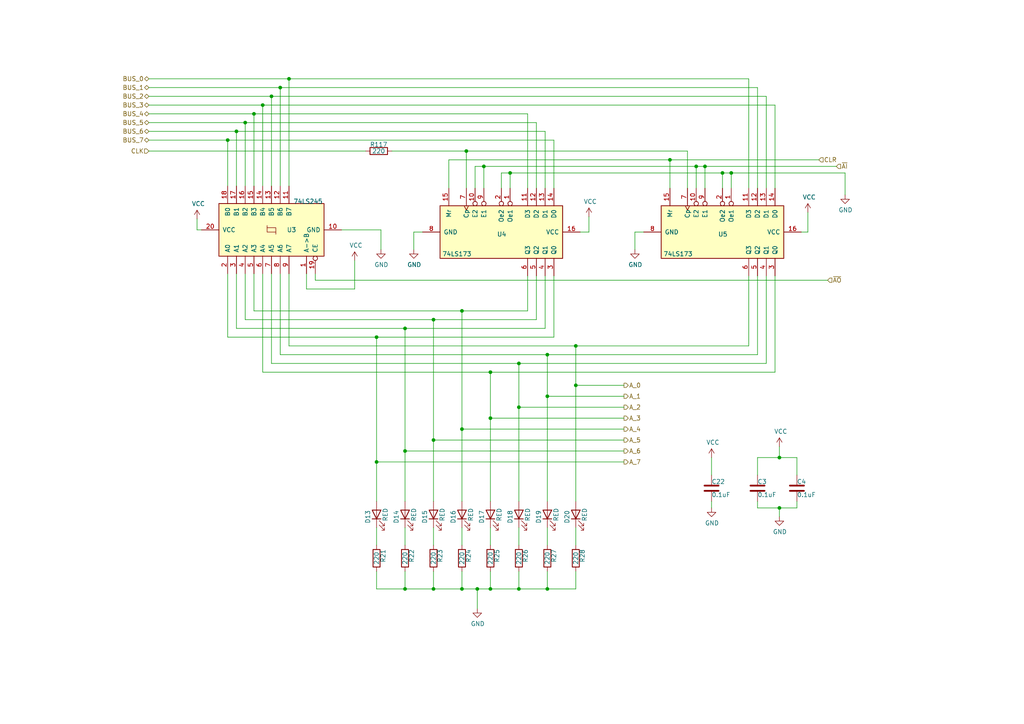
<source format=kicad_sch>
(kicad_sch (version 20230121) (generator eeschema)

  (uuid c9df19e7-ee17-492c-b035-a3c305250e37)

  (paper "A4")

  (lib_symbols
    (symbol "74xx:74LS173" (pin_names (offset 1.016)) (in_bom yes) (on_board yes)
      (property "Reference" "U" (at -7.62 19.05 0)
        (effects (font (size 1.27 1.27)))
      )
      (property "Value" "74LS173" (at -7.62 -19.05 0)
        (effects (font (size 1.27 1.27)))
      )
      (property "Footprint" "" (at 0 0 0)
        (effects (font (size 1.27 1.27)) hide)
      )
      (property "Datasheet" "http://www.ti.com/lit/gpn/sn74LS173" (at 0 0 0)
        (effects (font (size 1.27 1.27)) hide)
      )
      (property "ki_locked" "" (at 0 0 0)
        (effects (font (size 1.27 1.27)))
      )
      (property "ki_keywords" "TTL REG REG4 3State DFF" (at 0 0 0)
        (effects (font (size 1.27 1.27)) hide)
      )
      (property "ki_description" "4-bit D-type Register, 3 state out" (at 0 0 0)
        (effects (font (size 1.27 1.27)) hide)
      )
      (property "ki_fp_filters" "DIP?16*" (at 0 0 0)
        (effects (font (size 1.27 1.27)) hide)
      )
      (symbol "74LS173_1_0"
        (pin input inverted (at -12.7 2.54 0) (length 5.08)
          (name "Oe1" (effects (font (size 1.27 1.27))))
          (number "1" (effects (font (size 1.27 1.27))))
        )
        (pin input inverted (at -12.7 -7.62 0) (length 5.08)
          (name "E2" (effects (font (size 1.27 1.27))))
          (number "10" (effects (font (size 1.27 1.27))))
        )
        (pin input line (at -12.7 7.62 0) (length 5.08)
          (name "D3" (effects (font (size 1.27 1.27))))
          (number "11" (effects (font (size 1.27 1.27))))
        )
        (pin input line (at -12.7 10.16 0) (length 5.08)
          (name "D2" (effects (font (size 1.27 1.27))))
          (number "12" (effects (font (size 1.27 1.27))))
        )
        (pin input line (at -12.7 12.7 0) (length 5.08)
          (name "D1" (effects (font (size 1.27 1.27))))
          (number "13" (effects (font (size 1.27 1.27))))
        )
        (pin input line (at -12.7 15.24 0) (length 5.08)
          (name "D0" (effects (font (size 1.27 1.27))))
          (number "14" (effects (font (size 1.27 1.27))))
        )
        (pin input line (at -12.7 -15.24 0) (length 5.08)
          (name "Mr" (effects (font (size 1.27 1.27))))
          (number "15" (effects (font (size 1.27 1.27))))
        )
        (pin power_in line (at 0 22.86 270) (length 5.08)
          (name "VCC" (effects (font (size 1.27 1.27))))
          (number "16" (effects (font (size 1.27 1.27))))
        )
        (pin input inverted (at -12.7 0 0) (length 5.08)
          (name "Oe2" (effects (font (size 1.27 1.27))))
          (number "2" (effects (font (size 1.27 1.27))))
        )
        (pin tri_state line (at 12.7 15.24 180) (length 5.08)
          (name "Q0" (effects (font (size 1.27 1.27))))
          (number "3" (effects (font (size 1.27 1.27))))
        )
        (pin tri_state line (at 12.7 12.7 180) (length 5.08)
          (name "Q1" (effects (font (size 1.27 1.27))))
          (number "4" (effects (font (size 1.27 1.27))))
        )
        (pin tri_state line (at 12.7 10.16 180) (length 5.08)
          (name "Q2" (effects (font (size 1.27 1.27))))
          (number "5" (effects (font (size 1.27 1.27))))
        )
        (pin tri_state line (at 12.7 7.62 180) (length 5.08)
          (name "Q3" (effects (font (size 1.27 1.27))))
          (number "6" (effects (font (size 1.27 1.27))))
        )
        (pin input clock (at -12.7 -10.16 0) (length 5.08)
          (name "Cp" (effects (font (size 1.27 1.27))))
          (number "7" (effects (font (size 1.27 1.27))))
        )
        (pin power_in line (at 0 -22.86 90) (length 5.08)
          (name "GND" (effects (font (size 1.27 1.27))))
          (number "8" (effects (font (size 1.27 1.27))))
        )
        (pin input inverted (at -12.7 -5.08 0) (length 5.08)
          (name "E1" (effects (font (size 1.27 1.27))))
          (number "9" (effects (font (size 1.27 1.27))))
        )
      )
      (symbol "74LS173_1_1"
        (rectangle (start -7.62 17.78) (end 7.62 -17.78)
          (stroke (width 0.254) (type default))
          (fill (type background))
        )
      )
    )
    (symbol "74xx:74LS245" (pin_names (offset 1.016)) (in_bom yes) (on_board yes)
      (property "Reference" "U" (at -7.62 16.51 0)
        (effects (font (size 1.27 1.27)))
      )
      (property "Value" "74LS245" (at -7.62 -16.51 0)
        (effects (font (size 1.27 1.27)))
      )
      (property "Footprint" "" (at 0 0 0)
        (effects (font (size 1.27 1.27)) hide)
      )
      (property "Datasheet" "http://www.ti.com/lit/gpn/sn74LS245" (at 0 0 0)
        (effects (font (size 1.27 1.27)) hide)
      )
      (property "ki_locked" "" (at 0 0 0)
        (effects (font (size 1.27 1.27)))
      )
      (property "ki_keywords" "TTL BUS 3State" (at 0 0 0)
        (effects (font (size 1.27 1.27)) hide)
      )
      (property "ki_description" "Octal BUS Transceivers, 3-State outputs" (at 0 0 0)
        (effects (font (size 1.27 1.27)) hide)
      )
      (property "ki_fp_filters" "DIP?20*" (at 0 0 0)
        (effects (font (size 1.27 1.27)) hide)
      )
      (symbol "74LS245_1_0"
        (polyline
          (pts
            (xy -0.635 -1.27)
            (xy -0.635 1.27)
            (xy 0.635 1.27)
          )
          (stroke (width 0) (type default))
          (fill (type none))
        )
        (polyline
          (pts
            (xy -1.27 -1.27)
            (xy 0.635 -1.27)
            (xy 0.635 1.27)
            (xy 1.27 1.27)
          )
          (stroke (width 0) (type default))
          (fill (type none))
        )
        (pin input line (at -12.7 -10.16 0) (length 5.08)
          (name "A->B" (effects (font (size 1.27 1.27))))
          (number "1" (effects (font (size 1.27 1.27))))
        )
        (pin power_in line (at 0 -20.32 90) (length 5.08)
          (name "GND" (effects (font (size 1.27 1.27))))
          (number "10" (effects (font (size 1.27 1.27))))
        )
        (pin tri_state line (at 12.7 -5.08 180) (length 5.08)
          (name "B7" (effects (font (size 1.27 1.27))))
          (number "11" (effects (font (size 1.27 1.27))))
        )
        (pin tri_state line (at 12.7 -2.54 180) (length 5.08)
          (name "B6" (effects (font (size 1.27 1.27))))
          (number "12" (effects (font (size 1.27 1.27))))
        )
        (pin tri_state line (at 12.7 0 180) (length 5.08)
          (name "B5" (effects (font (size 1.27 1.27))))
          (number "13" (effects (font (size 1.27 1.27))))
        )
        (pin tri_state line (at 12.7 2.54 180) (length 5.08)
          (name "B4" (effects (font (size 1.27 1.27))))
          (number "14" (effects (font (size 1.27 1.27))))
        )
        (pin tri_state line (at 12.7 5.08 180) (length 5.08)
          (name "B3" (effects (font (size 1.27 1.27))))
          (number "15" (effects (font (size 1.27 1.27))))
        )
        (pin tri_state line (at 12.7 7.62 180) (length 5.08)
          (name "B2" (effects (font (size 1.27 1.27))))
          (number "16" (effects (font (size 1.27 1.27))))
        )
        (pin tri_state line (at 12.7 10.16 180) (length 5.08)
          (name "B1" (effects (font (size 1.27 1.27))))
          (number "17" (effects (font (size 1.27 1.27))))
        )
        (pin tri_state line (at 12.7 12.7 180) (length 5.08)
          (name "B0" (effects (font (size 1.27 1.27))))
          (number "18" (effects (font (size 1.27 1.27))))
        )
        (pin input inverted (at -12.7 -12.7 0) (length 5.08)
          (name "CE" (effects (font (size 1.27 1.27))))
          (number "19" (effects (font (size 1.27 1.27))))
        )
        (pin tri_state line (at -12.7 12.7 0) (length 5.08)
          (name "A0" (effects (font (size 1.27 1.27))))
          (number "2" (effects (font (size 1.27 1.27))))
        )
        (pin power_in line (at 0 20.32 270) (length 5.08)
          (name "VCC" (effects (font (size 1.27 1.27))))
          (number "20" (effects (font (size 1.27 1.27))))
        )
        (pin tri_state line (at -12.7 10.16 0) (length 5.08)
          (name "A1" (effects (font (size 1.27 1.27))))
          (number "3" (effects (font (size 1.27 1.27))))
        )
        (pin tri_state line (at -12.7 7.62 0) (length 5.08)
          (name "A2" (effects (font (size 1.27 1.27))))
          (number "4" (effects (font (size 1.27 1.27))))
        )
        (pin tri_state line (at -12.7 5.08 0) (length 5.08)
          (name "A3" (effects (font (size 1.27 1.27))))
          (number "5" (effects (font (size 1.27 1.27))))
        )
        (pin tri_state line (at -12.7 2.54 0) (length 5.08)
          (name "A4" (effects (font (size 1.27 1.27))))
          (number "6" (effects (font (size 1.27 1.27))))
        )
        (pin tri_state line (at -12.7 0 0) (length 5.08)
          (name "A5" (effects (font (size 1.27 1.27))))
          (number "7" (effects (font (size 1.27 1.27))))
        )
        (pin tri_state line (at -12.7 -2.54 0) (length 5.08)
          (name "A6" (effects (font (size 1.27 1.27))))
          (number "8" (effects (font (size 1.27 1.27))))
        )
        (pin tri_state line (at -12.7 -5.08 0) (length 5.08)
          (name "A7" (effects (font (size 1.27 1.27))))
          (number "9" (effects (font (size 1.27 1.27))))
        )
      )
      (symbol "74LS245_1_1"
        (rectangle (start -7.62 15.24) (end 7.62 -15.24)
          (stroke (width 0.254) (type default))
          (fill (type background))
        )
      )
    )
    (symbol "Device:C" (pin_numbers hide) (pin_names (offset 0.254)) (in_bom yes) (on_board yes)
      (property "Reference" "C" (at 0.635 2.54 0)
        (effects (font (size 1.27 1.27)) (justify left))
      )
      (property "Value" "C" (at 0.635 -2.54 0)
        (effects (font (size 1.27 1.27)) (justify left))
      )
      (property "Footprint" "" (at 0.9652 -3.81 0)
        (effects (font (size 1.27 1.27)) hide)
      )
      (property "Datasheet" "~" (at 0 0 0)
        (effects (font (size 1.27 1.27)) hide)
      )
      (property "ki_keywords" "cap capacitor" (at 0 0 0)
        (effects (font (size 1.27 1.27)) hide)
      )
      (property "ki_description" "Unpolarized capacitor" (at 0 0 0)
        (effects (font (size 1.27 1.27)) hide)
      )
      (property "ki_fp_filters" "C_*" (at 0 0 0)
        (effects (font (size 1.27 1.27)) hide)
      )
      (symbol "C_0_1"
        (polyline
          (pts
            (xy -2.032 -0.762)
            (xy 2.032 -0.762)
          )
          (stroke (width 0.508) (type default))
          (fill (type none))
        )
        (polyline
          (pts
            (xy -2.032 0.762)
            (xy 2.032 0.762)
          )
          (stroke (width 0.508) (type default))
          (fill (type none))
        )
      )
      (symbol "C_1_1"
        (pin passive line (at 0 3.81 270) (length 2.794)
          (name "~" (effects (font (size 1.27 1.27))))
          (number "1" (effects (font (size 1.27 1.27))))
        )
        (pin passive line (at 0 -3.81 90) (length 2.794)
          (name "~" (effects (font (size 1.27 1.27))))
          (number "2" (effects (font (size 1.27 1.27))))
        )
      )
    )
    (symbol "Device:LED" (pin_numbers hide) (pin_names (offset 1.016) hide) (in_bom yes) (on_board yes)
      (property "Reference" "D" (at 0 2.54 0)
        (effects (font (size 1.27 1.27)))
      )
      (property "Value" "LED" (at 0 -2.54 0)
        (effects (font (size 1.27 1.27)))
      )
      (property "Footprint" "" (at 0 0 0)
        (effects (font (size 1.27 1.27)) hide)
      )
      (property "Datasheet" "~" (at 0 0 0)
        (effects (font (size 1.27 1.27)) hide)
      )
      (property "ki_keywords" "LED diode" (at 0 0 0)
        (effects (font (size 1.27 1.27)) hide)
      )
      (property "ki_description" "Light emitting diode" (at 0 0 0)
        (effects (font (size 1.27 1.27)) hide)
      )
      (property "ki_fp_filters" "LED* LED_SMD:* LED_THT:*" (at 0 0 0)
        (effects (font (size 1.27 1.27)) hide)
      )
      (symbol "LED_0_1"
        (polyline
          (pts
            (xy -1.27 -1.27)
            (xy -1.27 1.27)
          )
          (stroke (width 0.254) (type default))
          (fill (type none))
        )
        (polyline
          (pts
            (xy -1.27 0)
            (xy 1.27 0)
          )
          (stroke (width 0) (type default))
          (fill (type none))
        )
        (polyline
          (pts
            (xy 1.27 -1.27)
            (xy 1.27 1.27)
            (xy -1.27 0)
            (xy 1.27 -1.27)
          )
          (stroke (width 0.254) (type default))
          (fill (type none))
        )
        (polyline
          (pts
            (xy -3.048 -0.762)
            (xy -4.572 -2.286)
            (xy -3.81 -2.286)
            (xy -4.572 -2.286)
            (xy -4.572 -1.524)
          )
          (stroke (width 0) (type default))
          (fill (type none))
        )
        (polyline
          (pts
            (xy -1.778 -0.762)
            (xy -3.302 -2.286)
            (xy -2.54 -2.286)
            (xy -3.302 -2.286)
            (xy -3.302 -1.524)
          )
          (stroke (width 0) (type default))
          (fill (type none))
        )
      )
      (symbol "LED_1_1"
        (pin passive line (at -3.81 0 0) (length 2.54)
          (name "K" (effects (font (size 1.27 1.27))))
          (number "1" (effects (font (size 1.27 1.27))))
        )
        (pin passive line (at 3.81 0 180) (length 2.54)
          (name "A" (effects (font (size 1.27 1.27))))
          (number "2" (effects (font (size 1.27 1.27))))
        )
      )
    )
    (symbol "Device:R" (pin_numbers hide) (pin_names (offset 0)) (in_bom yes) (on_board yes)
      (property "Reference" "R" (at 2.032 0 90)
        (effects (font (size 1.27 1.27)))
      )
      (property "Value" "R" (at 0 0 90)
        (effects (font (size 1.27 1.27)))
      )
      (property "Footprint" "" (at -1.778 0 90)
        (effects (font (size 1.27 1.27)) hide)
      )
      (property "Datasheet" "~" (at 0 0 0)
        (effects (font (size 1.27 1.27)) hide)
      )
      (property "ki_keywords" "R res resistor" (at 0 0 0)
        (effects (font (size 1.27 1.27)) hide)
      )
      (property "ki_description" "Resistor" (at 0 0 0)
        (effects (font (size 1.27 1.27)) hide)
      )
      (property "ki_fp_filters" "R_*" (at 0 0 0)
        (effects (font (size 1.27 1.27)) hide)
      )
      (symbol "R_0_1"
        (rectangle (start -1.016 -2.54) (end 1.016 2.54)
          (stroke (width 0.254) (type default))
          (fill (type none))
        )
      )
      (symbol "R_1_1"
        (pin passive line (at 0 3.81 270) (length 1.27)
          (name "~" (effects (font (size 1.27 1.27))))
          (number "1" (effects (font (size 1.27 1.27))))
        )
        (pin passive line (at 0 -3.81 90) (length 1.27)
          (name "~" (effects (font (size 1.27 1.27))))
          (number "2" (effects (font (size 1.27 1.27))))
        )
      )
    )
    (symbol "power:GND" (power) (pin_names (offset 0)) (in_bom yes) (on_board yes)
      (property "Reference" "#PWR" (at 0 -6.35 0)
        (effects (font (size 1.27 1.27)) hide)
      )
      (property "Value" "GND" (at 0 -3.81 0)
        (effects (font (size 1.27 1.27)))
      )
      (property "Footprint" "" (at 0 0 0)
        (effects (font (size 1.27 1.27)) hide)
      )
      (property "Datasheet" "" (at 0 0 0)
        (effects (font (size 1.27 1.27)) hide)
      )
      (property "ki_keywords" "global power" (at 0 0 0)
        (effects (font (size 1.27 1.27)) hide)
      )
      (property "ki_description" "Power symbol creates a global label with name \"GND\" , ground" (at 0 0 0)
        (effects (font (size 1.27 1.27)) hide)
      )
      (symbol "GND_0_1"
        (polyline
          (pts
            (xy 0 0)
            (xy 0 -1.27)
            (xy 1.27 -1.27)
            (xy 0 -2.54)
            (xy -1.27 -1.27)
            (xy 0 -1.27)
          )
          (stroke (width 0) (type default))
          (fill (type none))
        )
      )
      (symbol "GND_1_1"
        (pin power_in line (at 0 0 270) (length 0) hide
          (name "GND" (effects (font (size 1.27 1.27))))
          (number "1" (effects (font (size 1.27 1.27))))
        )
      )
    )
    (symbol "power:VCC" (power) (pin_names (offset 0)) (in_bom yes) (on_board yes)
      (property "Reference" "#PWR" (at 0 -3.81 0)
        (effects (font (size 1.27 1.27)) hide)
      )
      (property "Value" "VCC" (at 0 3.81 0)
        (effects (font (size 1.27 1.27)))
      )
      (property "Footprint" "" (at 0 0 0)
        (effects (font (size 1.27 1.27)) hide)
      )
      (property "Datasheet" "" (at 0 0 0)
        (effects (font (size 1.27 1.27)) hide)
      )
      (property "ki_keywords" "global power" (at 0 0 0)
        (effects (font (size 1.27 1.27)) hide)
      )
      (property "ki_description" "Power symbol creates a global label with name \"VCC\"" (at 0 0 0)
        (effects (font (size 1.27 1.27)) hide)
      )
      (symbol "VCC_0_1"
        (polyline
          (pts
            (xy -0.762 1.27)
            (xy 0 2.54)
          )
          (stroke (width 0) (type default))
          (fill (type none))
        )
        (polyline
          (pts
            (xy 0 0)
            (xy 0 2.54)
          )
          (stroke (width 0) (type default))
          (fill (type none))
        )
        (polyline
          (pts
            (xy 0 2.54)
            (xy 0.762 1.27)
          )
          (stroke (width 0) (type default))
          (fill (type none))
        )
      )
      (symbol "VCC_1_1"
        (pin power_in line (at 0 0 90) (length 0) hide
          (name "VCC" (effects (font (size 1.27 1.27))))
          (number "1" (effects (font (size 1.27 1.27))))
        )
      )
    )
  )

  (junction (at 226.06 132.715) (diameter 0) (color 0 0 0 0)
    (uuid 026c6d24-47da-46aa-ae08-96a0a9b368a5)
  )
  (junction (at 76.2 30.48) (diameter 0) (color 0 0 0 0)
    (uuid 06019690-3a1b-47ea-998c-0d964d7594fc)
  )
  (junction (at 117.475 95.25) (diameter 0) (color 0 0 0 0)
    (uuid 063ea45f-e2cd-4295-a995-3eb89649d583)
  )
  (junction (at 212.09 50.165) (diameter 0) (color 0 0 0 0)
    (uuid 092f12dc-1ee5-4b19-8988-728c99a15c71)
  )
  (junction (at 133.985 170.815) (diameter 0) (color 0 0 0 0)
    (uuid 10373b0f-fb18-4f40-b2b1-113a834dfa36)
  )
  (junction (at 109.22 97.79) (diameter 0) (color 0 0 0 0)
    (uuid 28d48a65-6759-4cf8-93ee-009b38c6191c)
  )
  (junction (at 150.495 105.41) (diameter 0) (color 0 0 0 0)
    (uuid 296c44de-4ce7-4ce6-92a5-cac2875bd0be)
  )
  (junction (at 140.335 48.26) (diameter 0) (color 0 0 0 0)
    (uuid 2dc96b15-d6ef-4d4a-9a38-eb948aa0676e)
  )
  (junction (at 142.24 170.815) (diameter 0) (color 0 0 0 0)
    (uuid 41244247-7f42-4958-b08d-43a85d90d9d8)
  )
  (junction (at 78.74 27.94) (diameter 0) (color 0 0 0 0)
    (uuid 4ad529c9-9135-41ca-b6e6-975edbf12c5c)
  )
  (junction (at 158.75 170.815) (diameter 0) (color 0 0 0 0)
    (uuid 4c08f187-4541-4ba7-8bd7-f7716165beba)
  )
  (junction (at 142.24 121.285) (diameter 0) (color 0 0 0 0)
    (uuid 5fd08d41-a091-464d-a33d-59c74173ef57)
  )
  (junction (at 201.93 48.26) (diameter 0) (color 0 0 0 0)
    (uuid 607cc701-cbc2-4709-8b3c-fd3ff06657cf)
  )
  (junction (at 109.22 133.985) (diameter 0) (color 0 0 0 0)
    (uuid 63e15ee0-199b-4c7e-8a8f-78be0469a768)
  )
  (junction (at 125.73 127.635) (diameter 0) (color 0 0 0 0)
    (uuid 6569b808-2c82-47ed-b491-596223522a35)
  )
  (junction (at 158.75 102.87) (diameter 0) (color 0 0 0 0)
    (uuid 73a688af-f275-4442-8cad-5e386288b778)
  )
  (junction (at 158.75 114.935) (diameter 0) (color 0 0 0 0)
    (uuid 790275ea-921f-488c-aa55-557d4bd86827)
  )
  (junction (at 73.66 33.02) (diameter 0) (color 0 0 0 0)
    (uuid 7e4654e3-d0c7-4143-a819-ffcc1c0cd737)
  )
  (junction (at 167.005 100.33) (diameter 0) (color 0 0 0 0)
    (uuid 82b289c6-d63a-4138-a9a3-230e969f6009)
  )
  (junction (at 117.475 130.81) (diameter 0) (color 0 0 0 0)
    (uuid 92434340-602f-44fb-b2f7-65bd8dfaa8a3)
  )
  (junction (at 194.31 46.355) (diameter 0) (color 0 0 0 0)
    (uuid 93d85dbb-1ea0-46b4-81fe-57c988da1523)
  )
  (junction (at 117.475 170.815) (diameter 0) (color 0 0 0 0)
    (uuid 973864f1-00d4-4d43-a99c-9dc539522f7e)
  )
  (junction (at 133.985 124.46) (diameter 0) (color 0 0 0 0)
    (uuid 986b061f-d51e-41d1-96e4-115829ddef1a)
  )
  (junction (at 138.43 170.815) (diameter 0) (color 0 0 0 0)
    (uuid 9d8ebe1e-bf19-414e-b075-b668b9158b61)
  )
  (junction (at 66.04 40.64) (diameter 0) (color 0 0 0 0)
    (uuid a1ab5d65-d1c8-4aed-9ae2-cbbd7356fc6a)
  )
  (junction (at 81.28 25.4) (diameter 0) (color 0 0 0 0)
    (uuid a3e27bd8-21fc-4a4f-b693-27516ed630d2)
  )
  (junction (at 150.495 170.815) (diameter 0) (color 0 0 0 0)
    (uuid a8ea0cf5-d7bf-4ed9-9e32-26fef08926c7)
  )
  (junction (at 167.005 111.76) (diameter 0) (color 0 0 0 0)
    (uuid abef43ab-f34c-4f61-81c7-2e5f21e5f953)
  )
  (junction (at 125.73 170.815) (diameter 0) (color 0 0 0 0)
    (uuid ac83c30f-4906-44a8-8107-37aa90621853)
  )
  (junction (at 150.495 118.11) (diameter 0) (color 0 0 0 0)
    (uuid ae686c9a-e53e-4129-bfd8-aa091e232c5f)
  )
  (junction (at 133.985 90.17) (diameter 0) (color 0 0 0 0)
    (uuid b2d34a67-1014-4878-a72b-bb15043d46ff)
  )
  (junction (at 204.47 48.26) (diameter 0) (color 0 0 0 0)
    (uuid b95cbb2a-cc99-49cb-9c9a-c087fc493e21)
  )
  (junction (at 142.24 107.95) (diameter 0) (color 0 0 0 0)
    (uuid b9f1241a-61ac-48b4-ab76-7613a96f3950)
  )
  (junction (at 83.82 22.86) (diameter 0) (color 0 0 0 0)
    (uuid bcd48d19-dd07-4f3d-8318-061edf9e6449)
  )
  (junction (at 68.58 38.1) (diameter 0) (color 0 0 0 0)
    (uuid c78279e7-199a-4993-a206-cf037cf9fd9e)
  )
  (junction (at 147.955 50.165) (diameter 0) (color 0 0 0 0)
    (uuid d1174dfa-dc20-4add-9c3f-2574fe9cfbe4)
  )
  (junction (at 209.55 50.165) (diameter 0) (color 0 0 0 0)
    (uuid de02115e-3010-478e-a5fc-a7b132531330)
  )
  (junction (at 135.255 43.815) (diameter 0) (color 0 0 0 0)
    (uuid e557cf03-dfb4-405e-8418-60a639432a51)
  )
  (junction (at 226.06 147.32) (diameter 0) (color 0 0 0 0)
    (uuid e7d5f221-77a8-4533-aa3b-5839c626a9ae)
  )
  (junction (at 125.73 92.71) (diameter 0) (color 0 0 0 0)
    (uuid f0483283-05db-49df-86b6-3e660dec86cd)
  )
  (junction (at 71.12 35.56) (diameter 0) (color 0 0 0 0)
    (uuid f1d444d7-c109-4648-bc12-d8b61d77049f)
  )

  (wire (pts (xy 201.93 48.26) (xy 201.93 54.61))
    (stroke (width 0) (type default))
    (uuid 00812231-966d-4347-b057-a8f67ab62fd0)
  )
  (wire (pts (xy 167.005 153.035) (xy 167.005 158.115))
    (stroke (width 0) (type default))
    (uuid 0095b542-c29f-43ee-b9a8-efdd39ff8c5f)
  )
  (wire (pts (xy 137.795 48.26) (xy 140.335 48.26))
    (stroke (width 0) (type default))
    (uuid 05cc765c-d118-47f8-aedd-01dbf5243d11)
  )
  (wire (pts (xy 184.15 67.31) (xy 184.15 72.39))
    (stroke (width 0) (type default))
    (uuid 07028581-e941-4e0b-8995-a9ab94b4b141)
  )
  (wire (pts (xy 167.005 170.815) (xy 167.005 165.735))
    (stroke (width 0) (type default))
    (uuid 094d7146-904e-4b86-ad27-eeef86bb655f)
  )
  (wire (pts (xy 125.73 165.735) (xy 125.73 170.815))
    (stroke (width 0) (type default))
    (uuid 0a627a3f-f46d-49e3-9631-5e011da8feb6)
  )
  (wire (pts (xy 142.24 165.735) (xy 142.24 170.815))
    (stroke (width 0) (type default))
    (uuid 0a78387f-1e23-4af3-9072-1841e0b27674)
  )
  (wire (pts (xy 73.66 33.02) (xy 73.66 53.975))
    (stroke (width 0) (type default))
    (uuid 11ba9e37-6192-4b51-9969-4c35ad2af4de)
  )
  (wire (pts (xy 66.04 40.64) (xy 160.655 40.64))
    (stroke (width 0) (type default))
    (uuid 123382a4-7ee9-4881-8bf4-bb0055acc64a)
  )
  (wire (pts (xy 125.73 170.815) (xy 133.985 170.815))
    (stroke (width 0) (type default))
    (uuid 1306f226-1250-4877-ba2b-ef7fdf905c4e)
  )
  (wire (pts (xy 194.31 46.355) (xy 194.31 54.61))
    (stroke (width 0) (type default))
    (uuid 1383653a-0261-441a-9a62-aede54a347f6)
  )
  (wire (pts (xy 78.74 105.41) (xy 150.495 105.41))
    (stroke (width 0) (type default))
    (uuid 169ec270-5f80-4cde-b2e2-86694b863982)
  )
  (wire (pts (xy 145.415 50.165) (xy 147.955 50.165))
    (stroke (width 0) (type default))
    (uuid 16cf8826-5ccd-4007-970a-ed6cafb1b1cf)
  )
  (wire (pts (xy 81.28 25.4) (xy 219.71 25.4))
    (stroke (width 0) (type default))
    (uuid 16e5b842-cff2-4c9d-81c5-0df2871ae319)
  )
  (wire (pts (xy 83.82 22.86) (xy 83.82 53.975))
    (stroke (width 0) (type default))
    (uuid 177622c3-4c60-45f6-947c-9e70729413db)
  )
  (wire (pts (xy 150.495 170.815) (xy 158.75 170.815))
    (stroke (width 0) (type default))
    (uuid 180215cc-9d2a-4b42-8c4f-bb65997513d2)
  )
  (wire (pts (xy 219.71 132.715) (xy 226.06 132.715))
    (stroke (width 0) (type default))
    (uuid 196683f9-f9f9-4bb5-b6cc-12cf25e74e4f)
  )
  (wire (pts (xy 43.18 38.1) (xy 68.58 38.1))
    (stroke (width 0) (type default))
    (uuid 197eb4f9-4ce3-4fdf-b321-61d8c6d4faee)
  )
  (wire (pts (xy 194.31 46.355) (xy 237.49 46.355))
    (stroke (width 0) (type default))
    (uuid 1ac6ae7c-1fe7-4e65-a2ef-a4c0f469535c)
  )
  (wire (pts (xy 78.74 27.94) (xy 222.25 27.94))
    (stroke (width 0) (type default))
    (uuid 1af77df8-4597-4bce-abe6-8fc00f7395a3)
  )
  (wire (pts (xy 155.575 92.71) (xy 155.575 80.01))
    (stroke (width 0) (type default))
    (uuid 1bc75f5e-6e3f-4e2d-86ea-a7fec524df94)
  )
  (wire (pts (xy 117.475 130.81) (xy 117.475 145.415))
    (stroke (width 0) (type default))
    (uuid 1cab1c1c-0ed0-4986-bc2b-723b0f13bd13)
  )
  (wire (pts (xy 224.79 107.95) (xy 224.79 80.01))
    (stroke (width 0) (type default))
    (uuid 1d4320c0-3c65-402f-b07b-40be213b4e54)
  )
  (wire (pts (xy 110.49 66.675) (xy 110.49 72.39))
    (stroke (width 0) (type default))
    (uuid 1d9b5e75-1696-4f5f-a77c-fedbde175009)
  )
  (wire (pts (xy 117.475 95.25) (xy 158.115 95.25))
    (stroke (width 0) (type default))
    (uuid 1ef62473-fb48-4c82-a709-0030d37aa6e8)
  )
  (wire (pts (xy 68.58 38.1) (xy 68.58 53.975))
    (stroke (width 0) (type default))
    (uuid 20d2e053-fa87-4e1d-b04a-8667af978cb7)
  )
  (wire (pts (xy 150.495 153.035) (xy 150.495 158.115))
    (stroke (width 0) (type default))
    (uuid 21d0e986-f880-45b0-b17a-91a323ec1825)
  )
  (wire (pts (xy 120.015 67.31) (xy 120.015 72.39))
    (stroke (width 0) (type default))
    (uuid 223ac3a3-2288-42a9-a208-c64f41e3bee5)
  )
  (wire (pts (xy 133.985 124.46) (xy 180.975 124.46))
    (stroke (width 0) (type default))
    (uuid 240d585c-7dbe-4ddd-8fc6-ea916792305b)
  )
  (wire (pts (xy 117.475 165.735) (xy 117.475 170.815))
    (stroke (width 0) (type default))
    (uuid 254684c2-8f5d-4c5b-ab2b-baf143cfc09d)
  )
  (wire (pts (xy 153.035 90.17) (xy 153.035 80.01))
    (stroke (width 0) (type default))
    (uuid 25fab922-5ac7-4244-bd9a-c23718ea7ce5)
  )
  (wire (pts (xy 167.005 100.33) (xy 217.17 100.33))
    (stroke (width 0) (type default))
    (uuid 27108eaa-13fe-4ff2-80df-f13c495b4896)
  )
  (wire (pts (xy 212.09 50.165) (xy 212.09 54.61))
    (stroke (width 0) (type default))
    (uuid 28ef905a-4a6f-45db-8827-a3058d2344ce)
  )
  (wire (pts (xy 231.14 137.795) (xy 231.14 132.715))
    (stroke (width 0) (type default))
    (uuid 2b986ecc-033b-44d2-9a89-42e3a00aa994)
  )
  (wire (pts (xy 158.75 165.735) (xy 158.75 170.815))
    (stroke (width 0) (type default))
    (uuid 2c74d7db-1836-4cf2-a257-b3d65853f361)
  )
  (wire (pts (xy 73.66 33.02) (xy 153.035 33.02))
    (stroke (width 0) (type default))
    (uuid 2dd57479-254f-4c87-bf4d-96ce633b31a1)
  )
  (wire (pts (xy 167.005 111.76) (xy 167.005 145.415))
    (stroke (width 0) (type default))
    (uuid 2f4355f7-36d1-4da5-b054-2a0b3afa0065)
  )
  (wire (pts (xy 219.71 145.415) (xy 219.71 147.32))
    (stroke (width 0) (type default))
    (uuid 30f46814-cb43-4151-b3cc-b281f32f9005)
  )
  (wire (pts (xy 212.09 50.165) (xy 245.11 50.165))
    (stroke (width 0) (type default))
    (uuid 31af520b-e33a-48f9-82b5-bd2de6bb8e4c)
  )
  (wire (pts (xy 158.75 102.87) (xy 158.75 114.935))
    (stroke (width 0) (type default))
    (uuid 31eaf8e8-3f07-4b96-b26c-46a544be243e)
  )
  (wire (pts (xy 234.315 67.31) (xy 232.41 67.31))
    (stroke (width 0) (type default))
    (uuid 343e3052-9582-4ef6-bf62-e5168c902e34)
  )
  (wire (pts (xy 142.24 170.815) (xy 150.495 170.815))
    (stroke (width 0) (type default))
    (uuid 3468e6c0-73dc-4649-90e4-755ab8a6c4fb)
  )
  (wire (pts (xy 150.495 165.735) (xy 150.495 170.815))
    (stroke (width 0) (type default))
    (uuid 3849994c-7527-45c5-964a-857344fa7a62)
  )
  (wire (pts (xy 66.04 79.375) (xy 66.04 97.79))
    (stroke (width 0) (type default))
    (uuid 3956e53f-3201-425c-968f-bd2dafd03da0)
  )
  (wire (pts (xy 138.43 170.815) (xy 142.24 170.815))
    (stroke (width 0) (type default))
    (uuid 39f7ea42-efcf-446d-bb66-6cf0dfb83273)
  )
  (wire (pts (xy 145.415 54.61) (xy 145.415 50.165))
    (stroke (width 0) (type default))
    (uuid 3a14ae22-3391-4e23-b4ef-52337d3a4a64)
  )
  (wire (pts (xy 57.15 66.675) (xy 58.42 66.675))
    (stroke (width 0) (type default))
    (uuid 3b306f01-a742-4267-94e8-0a100c966eab)
  )
  (wire (pts (xy 170.815 67.31) (xy 168.275 67.31))
    (stroke (width 0) (type default))
    (uuid 3db8025d-5f7f-46e7-8c99-11a9349caa5b)
  )
  (wire (pts (xy 147.955 50.165) (xy 147.955 54.61))
    (stroke (width 0) (type default))
    (uuid 417a1051-6045-4ef0-8776-3e94ca532b72)
  )
  (wire (pts (xy 76.2 30.48) (xy 76.2 53.975))
    (stroke (width 0) (type default))
    (uuid 43183412-02e8-43d2-8dff-a90c0cc51ba1)
  )
  (wire (pts (xy 158.75 153.035) (xy 158.75 158.115))
    (stroke (width 0) (type default))
    (uuid 4617a801-401f-4654-b412-2ec96c9824e3)
  )
  (wire (pts (xy 122.555 67.31) (xy 120.015 67.31))
    (stroke (width 0) (type default))
    (uuid 4ac57133-090b-4de8-8c50-51c7fa0431e2)
  )
  (wire (pts (xy 142.24 107.95) (xy 224.79 107.95))
    (stroke (width 0) (type default))
    (uuid 4e56435f-133d-40be-b9d9-2f679ab94c22)
  )
  (wire (pts (xy 158.75 102.87) (xy 219.71 102.87))
    (stroke (width 0) (type default))
    (uuid 4fa5ece2-edb6-4895-9a1f-06f59db3f92f)
  )
  (wire (pts (xy 88.9 83.82) (xy 102.87 83.82))
    (stroke (width 0) (type default))
    (uuid 51a3248a-7cb1-4fa4-9511-bf79637df188)
  )
  (wire (pts (xy 206.375 137.795) (xy 206.375 132.715))
    (stroke (width 0) (type default))
    (uuid 51bcc553-5a83-423b-af40-114bc2df973a)
  )
  (wire (pts (xy 66.04 40.64) (xy 66.04 53.975))
    (stroke (width 0) (type default))
    (uuid 53122fca-a79f-43a7-a69f-43045fee2f4d)
  )
  (wire (pts (xy 109.22 97.79) (xy 109.22 133.985))
    (stroke (width 0) (type default))
    (uuid 54eca92a-99bd-4a28-80aa-e4ac247b7a5b)
  )
  (wire (pts (xy 226.06 149.86) (xy 226.06 147.32))
    (stroke (width 0) (type default))
    (uuid 567f410a-db59-4ede-a478-5bc215fc1641)
  )
  (wire (pts (xy 43.18 33.02) (xy 73.66 33.02))
    (stroke (width 0) (type default))
    (uuid 5758d3c3-9de6-4d8f-b9be-0593ee7a469e)
  )
  (wire (pts (xy 222.25 105.41) (xy 222.25 80.01))
    (stroke (width 0) (type default))
    (uuid 5a95743b-22e5-43ea-ad94-07349d575efd)
  )
  (wire (pts (xy 109.22 133.985) (xy 180.975 133.985))
    (stroke (width 0) (type default))
    (uuid 5d65a138-cf33-41f8-9d62-bec15bd5f360)
  )
  (wire (pts (xy 133.985 153.035) (xy 133.985 158.115))
    (stroke (width 0) (type default))
    (uuid 5f1a56e0-bda3-4b84-bc94-67e7e2c42230)
  )
  (wire (pts (xy 125.73 127.635) (xy 180.975 127.635))
    (stroke (width 0) (type default))
    (uuid 5fda37f7-710b-4a9b-a764-ddec4c01672b)
  )
  (wire (pts (xy 43.18 43.815) (xy 106.045 43.815))
    (stroke (width 0) (type default))
    (uuid 6045a904-b317-48b8-a359-0419197afc98)
  )
  (wire (pts (xy 222.25 27.94) (xy 222.25 54.61))
    (stroke (width 0) (type default))
    (uuid 632737c5-e169-41aa-ada5-1ae0224a2eb4)
  )
  (wire (pts (xy 217.17 100.33) (xy 217.17 80.01))
    (stroke (width 0) (type default))
    (uuid 6355cf18-bbcb-4dd9-9e78-7db6ae463b0b)
  )
  (wire (pts (xy 78.74 79.375) (xy 78.74 105.41))
    (stroke (width 0) (type default))
    (uuid 65404b83-efa4-4820-bf60-2a8374b146f2)
  )
  (wire (pts (xy 43.18 27.94) (xy 78.74 27.94))
    (stroke (width 0) (type default))
    (uuid 65a5aa97-0d5b-4b52-b3e4-a1d67568c9b7)
  )
  (wire (pts (xy 142.24 153.035) (xy 142.24 158.115))
    (stroke (width 0) (type default))
    (uuid 67035a68-93ba-44e7-9110-f86d1716807a)
  )
  (wire (pts (xy 83.82 100.33) (xy 167.005 100.33))
    (stroke (width 0) (type default))
    (uuid 67459149-2c02-4dce-b196-df5026dd6263)
  )
  (wire (pts (xy 142.24 107.95) (xy 142.24 121.285))
    (stroke (width 0) (type default))
    (uuid 683367d1-a76a-4c12-8541-0581a7ba5340)
  )
  (wire (pts (xy 71.12 79.375) (xy 71.12 92.71))
    (stroke (width 0) (type default))
    (uuid 69e2b407-1ecb-41af-811a-ddedd328e99c)
  )
  (wire (pts (xy 117.475 170.815) (xy 125.73 170.815))
    (stroke (width 0) (type default))
    (uuid 6a4272c7-00fa-4179-99da-2324591c6657)
  )
  (wire (pts (xy 102.87 83.82) (xy 102.87 75.565))
    (stroke (width 0) (type default))
    (uuid 6f26e89b-a580-4bd4-9ec2-638f572661b2)
  )
  (wire (pts (xy 231.14 147.32) (xy 231.14 145.415))
    (stroke (width 0) (type default))
    (uuid 6f50c4a0-1a89-47e6-9dfb-8aab30f24659)
  )
  (wire (pts (xy 81.28 25.4) (xy 43.18 25.4))
    (stroke (width 0) (type default))
    (uuid 74d2973d-7a4f-4f7a-ada6-e154dce75e93)
  )
  (wire (pts (xy 73.66 90.17) (xy 133.985 90.17))
    (stroke (width 0) (type default))
    (uuid 7ae2ddac-574d-4743-91c5-551e38499910)
  )
  (wire (pts (xy 150.495 118.11) (xy 150.495 145.415))
    (stroke (width 0) (type default))
    (uuid 7f46ac33-f3b2-45a3-b2be-5cbfbbfa44a3)
  )
  (wire (pts (xy 71.12 92.71) (xy 125.73 92.71))
    (stroke (width 0) (type default))
    (uuid 7f82e76b-e6a9-4701-9299-c56127de3971)
  )
  (wire (pts (xy 81.28 25.4) (xy 81.28 53.975))
    (stroke (width 0) (type default))
    (uuid 7ffc5066-542a-4bbb-b4a4-13e066f3bb06)
  )
  (wire (pts (xy 135.255 43.815) (xy 199.39 43.815))
    (stroke (width 0) (type default))
    (uuid 80455ed0-1537-4ca7-a45a-b548e3e2fa10)
  )
  (wire (pts (xy 57.15 63.5) (xy 57.15 66.675))
    (stroke (width 0) (type default))
    (uuid 80ff7bf0-a3af-4c6f-9108-5f8c846e313b)
  )
  (wire (pts (xy 109.22 97.79) (xy 160.655 97.79))
    (stroke (width 0) (type default))
    (uuid 866d1b31-9ef6-4a11-9b9e-a78dfb4ff31a)
  )
  (wire (pts (xy 160.655 97.79) (xy 160.655 80.01))
    (stroke (width 0) (type default))
    (uuid 87dcec97-97b0-49e3-b63c-f9efcf3ec7bc)
  )
  (wire (pts (xy 99.06 66.675) (xy 110.49 66.675))
    (stroke (width 0) (type default))
    (uuid 87e3a77c-8dc2-4c82-8b6b-babb92571ac3)
  )
  (wire (pts (xy 78.74 27.94) (xy 78.74 53.975))
    (stroke (width 0) (type default))
    (uuid 8a29d314-e201-457d-a6be-85ddef45168b)
  )
  (wire (pts (xy 125.73 153.035) (xy 125.73 158.115))
    (stroke (width 0) (type default))
    (uuid 8d98711c-bf11-40ca-b7e6-9692bd9cd6e9)
  )
  (wire (pts (xy 206.375 145.415) (xy 206.375 147.32))
    (stroke (width 0) (type default))
    (uuid 907a1ffd-739a-490e-bb64-efceb38ebcd2)
  )
  (wire (pts (xy 81.28 102.87) (xy 158.75 102.87))
    (stroke (width 0) (type default))
    (uuid 9164c54e-487d-461f-a7a8-db51db4b0761)
  )
  (wire (pts (xy 43.18 35.56) (xy 71.12 35.56))
    (stroke (width 0) (type default))
    (uuid 91fcf631-4fac-4691-bb87-e1054c1baad8)
  )
  (wire (pts (xy 219.71 102.87) (xy 219.71 80.01))
    (stroke (width 0) (type default))
    (uuid 9260c542-cd89-4447-b64b-47b5575d399b)
  )
  (wire (pts (xy 71.12 35.56) (xy 71.12 53.975))
    (stroke (width 0) (type default))
    (uuid 9424ff37-d43c-4036-be2d-32f125aa68a8)
  )
  (wire (pts (xy 142.24 121.285) (xy 142.24 145.415))
    (stroke (width 0) (type default))
    (uuid 94707b7b-ac05-42d7-833b-2026ac1a6127)
  )
  (wire (pts (xy 137.795 54.61) (xy 137.795 48.26))
    (stroke (width 0) (type default))
    (uuid 99096cbd-4ce6-4102-bb05-01cb8f8c3dec)
  )
  (wire (pts (xy 133.985 124.46) (xy 133.985 145.415))
    (stroke (width 0) (type default))
    (uuid 991ca11e-9efc-4d13-a525-bb7a4f673c70)
  )
  (wire (pts (xy 130.175 46.355) (xy 194.31 46.355))
    (stroke (width 0) (type default))
    (uuid 9a441cc4-3f22-46bb-9783-9f9468157f6f)
  )
  (wire (pts (xy 76.2 30.48) (xy 224.79 30.48))
    (stroke (width 0) (type default))
    (uuid 9b39c66a-a84a-481e-a92b-6838f540c2a5)
  )
  (wire (pts (xy 109.22 133.985) (xy 109.22 145.415))
    (stroke (width 0) (type default))
    (uuid 9b44bdef-8b89-4463-848c-85a963d4f08c)
  )
  (wire (pts (xy 150.495 105.41) (xy 222.25 105.41))
    (stroke (width 0) (type default))
    (uuid a089187a-a74c-4554-bc27-d55481e79350)
  )
  (wire (pts (xy 88.9 79.375) (xy 88.9 83.82))
    (stroke (width 0) (type default))
    (uuid a0f2c1bd-efc4-4a6e-85e3-4f8955f4df67)
  )
  (wire (pts (xy 66.04 97.79) (xy 109.22 97.79))
    (stroke (width 0) (type default))
    (uuid a221b6ff-700c-451c-adb1-9cfa85feb52b)
  )
  (wire (pts (xy 113.665 43.815) (xy 135.255 43.815))
    (stroke (width 0) (type default))
    (uuid a2dc7851-c267-45cd-a577-8dc5af091723)
  )
  (wire (pts (xy 158.75 170.815) (xy 167.005 170.815))
    (stroke (width 0) (type default))
    (uuid a41075eb-3d7f-4cc1-8474-aa540644f059)
  )
  (wire (pts (xy 76.2 107.95) (xy 142.24 107.95))
    (stroke (width 0) (type default))
    (uuid a494dd95-93cb-4cf7-9c9e-3a897081cd46)
  )
  (wire (pts (xy 133.985 165.735) (xy 133.985 170.815))
    (stroke (width 0) (type default))
    (uuid a4acec2d-84cd-433a-b0a9-7945284cab49)
  )
  (wire (pts (xy 117.475 130.81) (xy 180.975 130.81))
    (stroke (width 0) (type default))
    (uuid a6de9b16-3dc7-40a4-bf79-6d0b6c3e785f)
  )
  (wire (pts (xy 231.14 132.715) (xy 226.06 132.715))
    (stroke (width 0) (type default))
    (uuid aacde60c-ca44-474a-99bd-f0790c324d93)
  )
  (wire (pts (xy 140.335 48.26) (xy 140.335 54.61))
    (stroke (width 0) (type default))
    (uuid ab3e5f45-26d3-40af-baa5-ed5aca81e9a7)
  )
  (wire (pts (xy 170.815 62.865) (xy 170.815 67.31))
    (stroke (width 0) (type default))
    (uuid ab88612d-aecc-4136-b6f0-486a08394ac5)
  )
  (wire (pts (xy 234.315 61.595) (xy 234.315 67.31))
    (stroke (width 0) (type default))
    (uuid abaddea3-66e2-4dbf-9465-11b776f1c044)
  )
  (wire (pts (xy 43.18 40.64) (xy 66.04 40.64))
    (stroke (width 0) (type default))
    (uuid ad3c86c6-a730-46f3-8bcc-43bd268d9487)
  )
  (wire (pts (xy 81.28 79.375) (xy 81.28 102.87))
    (stroke (width 0) (type default))
    (uuid af9fd977-56e5-4d75-84fe-16ea7e515729)
  )
  (wire (pts (xy 138.43 170.815) (xy 138.43 176.53))
    (stroke (width 0) (type default))
    (uuid aff40308-2861-4126-8400-9710df6e49aa)
  )
  (wire (pts (xy 125.73 92.71) (xy 155.575 92.71))
    (stroke (width 0) (type default))
    (uuid b108b7a4-a017-428c-a9a2-9ab881c5711e)
  )
  (wire (pts (xy 135.255 43.815) (xy 135.255 54.61))
    (stroke (width 0) (type default))
    (uuid b255a52c-3fa1-4bb1-9adf-8ad63d77ecc5)
  )
  (wire (pts (xy 117.475 95.25) (xy 117.475 130.81))
    (stroke (width 0) (type default))
    (uuid b3db605b-0802-41d7-a731-d9dd329a273a)
  )
  (wire (pts (xy 180.975 121.285) (xy 142.24 121.285))
    (stroke (width 0) (type default))
    (uuid b4cbced2-59c2-4510-8b7f-163428e205c7)
  )
  (wire (pts (xy 158.115 95.25) (xy 158.115 80.01))
    (stroke (width 0) (type default))
    (uuid b741b359-6bcc-44de-ba2f-cc2f3f0dbf0c)
  )
  (wire (pts (xy 201.93 48.26) (xy 204.47 48.26))
    (stroke (width 0) (type default))
    (uuid bb46a67c-5103-45e0-9586-2d48ae5e8197)
  )
  (wire (pts (xy 153.035 33.02) (xy 153.035 54.61))
    (stroke (width 0) (type default))
    (uuid bb7a1bfb-f0ae-4516-bcb4-c10c277a605d)
  )
  (wire (pts (xy 204.47 48.26) (xy 204.47 54.61))
    (stroke (width 0) (type default))
    (uuid bbd8773e-98fe-45cc-8e7a-4f20657bea9b)
  )
  (wire (pts (xy 83.82 22.86) (xy 217.17 22.86))
    (stroke (width 0) (type default))
    (uuid bc00b663-0d1f-4ddb-8900-02e323d35bf6)
  )
  (wire (pts (xy 209.55 50.165) (xy 209.55 54.61))
    (stroke (width 0) (type default))
    (uuid bc2b825d-e8e0-458d-8bfc-985463087909)
  )
  (wire (pts (xy 199.39 43.815) (xy 199.39 54.61))
    (stroke (width 0) (type default))
    (uuid bf91a651-fd63-4319-bdd0-9eb861fdfe51)
  )
  (wire (pts (xy 109.22 165.735) (xy 109.22 170.815))
    (stroke (width 0) (type default))
    (uuid bfb909cc-4131-469c-aad9-8e82adbb9a56)
  )
  (wire (pts (xy 76.2 79.375) (xy 76.2 107.95))
    (stroke (width 0) (type default))
    (uuid c142c2c5-8341-46d1-b093-aa73142f193a)
  )
  (wire (pts (xy 68.58 79.375) (xy 68.58 95.25))
    (stroke (width 0) (type default))
    (uuid c6182a39-8835-4ed5-85de-5a3f8b1f70cd)
  )
  (wire (pts (xy 130.175 54.61) (xy 130.175 46.355))
    (stroke (width 0) (type default))
    (uuid cb86aec7-df73-4cc9-a51c-9cd6bdcd4c35)
  )
  (wire (pts (xy 68.58 38.1) (xy 158.115 38.1))
    (stroke (width 0) (type default))
    (uuid cc7a7ba2-5631-4271-97ef-8d0604f065fe)
  )
  (wire (pts (xy 109.22 153.035) (xy 109.22 158.115))
    (stroke (width 0) (type default))
    (uuid cdf75f33-5946-44db-be44-27be45640e4a)
  )
  (wire (pts (xy 158.115 38.1) (xy 158.115 54.61))
    (stroke (width 0) (type default))
    (uuid cf115306-249a-49a9-8d70-c67c44ae4407)
  )
  (wire (pts (xy 140.335 48.26) (xy 201.93 48.26))
    (stroke (width 0) (type default))
    (uuid d0db3a0d-fd77-49b3-921c-ec38639f586e)
  )
  (wire (pts (xy 158.75 114.935) (xy 158.75 145.415))
    (stroke (width 0) (type default))
    (uuid d1f572f3-2f3c-4012-aa27-dfc1642675b0)
  )
  (wire (pts (xy 186.69 67.31) (xy 184.15 67.31))
    (stroke (width 0) (type default))
    (uuid d270246d-7698-42b5-bc1b-99e4460054c8)
  )
  (wire (pts (xy 117.475 153.035) (xy 117.475 158.115))
    (stroke (width 0) (type default))
    (uuid d2ad255f-86ad-45e4-8e66-622d022fdbab)
  )
  (wire (pts (xy 167.005 100.33) (xy 167.005 111.76))
    (stroke (width 0) (type default))
    (uuid d44ec2a3-a103-475c-9389-8b0031a9a382)
  )
  (wire (pts (xy 147.955 50.165) (xy 209.55 50.165))
    (stroke (width 0) (type default))
    (uuid d521c453-4bbb-4ab5-a5fb-2e63f4d315b9)
  )
  (wire (pts (xy 226.06 129.54) (xy 226.06 132.715))
    (stroke (width 0) (type default))
    (uuid d5e31bea-70e8-4573-8a1b-d368c56ad01b)
  )
  (wire (pts (xy 68.58 95.25) (xy 117.475 95.25))
    (stroke (width 0) (type default))
    (uuid d625299c-0c14-4982-bea1-a8a1c627b461)
  )
  (wire (pts (xy 109.22 170.815) (xy 117.475 170.815))
    (stroke (width 0) (type default))
    (uuid d6c081a7-20b1-414c-aa8f-54fef5b29e01)
  )
  (wire (pts (xy 150.495 105.41) (xy 150.495 118.11))
    (stroke (width 0) (type default))
    (uuid d9fae2d8-f30f-45aa-bd16-499326908252)
  )
  (wire (pts (xy 180.975 111.76) (xy 167.005 111.76))
    (stroke (width 0) (type default))
    (uuid db096b49-760f-4065-8791-114280ca9e76)
  )
  (wire (pts (xy 71.12 35.56) (xy 155.575 35.56))
    (stroke (width 0) (type default))
    (uuid db8a0af3-ba6d-4b4e-9b7d-f2474a6a75ab)
  )
  (wire (pts (xy 219.71 137.795) (xy 219.71 132.715))
    (stroke (width 0) (type default))
    (uuid dbb71b27-1162-4969-a20e-a9b5ea04af26)
  )
  (wire (pts (xy 219.71 25.4) (xy 219.71 54.61))
    (stroke (width 0) (type default))
    (uuid dc8194d3-5bfe-4325-a5a5-a67b76d10f0d)
  )
  (wire (pts (xy 73.66 79.375) (xy 73.66 90.17))
    (stroke (width 0) (type default))
    (uuid dcc099de-d928-4456-8d2d-8e4b715b9f6b)
  )
  (wire (pts (xy 204.47 48.26) (xy 242.57 48.26))
    (stroke (width 0) (type default))
    (uuid de19a7fb-5dec-4a37-8ca6-3ecc1de12e4f)
  )
  (wire (pts (xy 133.985 170.815) (xy 138.43 170.815))
    (stroke (width 0) (type default))
    (uuid e0533265-f01d-45dc-9105-af1a8b93f62c)
  )
  (wire (pts (xy 91.44 79.375) (xy 91.44 81.28))
    (stroke (width 0) (type default))
    (uuid e3a55e27-82dd-4922-ac33-571bf5cf5458)
  )
  (wire (pts (xy 155.575 35.56) (xy 155.575 54.61))
    (stroke (width 0) (type default))
    (uuid e48a451c-523b-4da7-90eb-7812560bdaad)
  )
  (wire (pts (xy 224.79 30.48) (xy 224.79 54.61))
    (stroke (width 0) (type default))
    (uuid e5732e95-1e76-4a7e-8468-c0622d428947)
  )
  (wire (pts (xy 133.985 90.17) (xy 133.985 124.46))
    (stroke (width 0) (type default))
    (uuid e5d3e679-8964-400f-95a3-91b1c2cf89e4)
  )
  (wire (pts (xy 160.655 40.64) (xy 160.655 54.61))
    (stroke (width 0) (type default))
    (uuid eb28c9d1-70f2-47ef-b898-260387b66a4c)
  )
  (wire (pts (xy 125.73 92.71) (xy 125.73 127.635))
    (stroke (width 0) (type default))
    (uuid ef8e030b-506a-4e68-b1d7-09dea64fbec1)
  )
  (wire (pts (xy 83.82 79.375) (xy 83.82 100.33))
    (stroke (width 0) (type default))
    (uuid f0c51408-2cb7-4626-b7c1-373ac194c5c6)
  )
  (wire (pts (xy 43.18 22.86) (xy 83.82 22.86))
    (stroke (width 0) (type default))
    (uuid f2f6df98-64a3-49fa-b244-1ea43fec60c7)
  )
  (wire (pts (xy 209.55 50.165) (xy 212.09 50.165))
    (stroke (width 0) (type default))
    (uuid f3d43d64-a8dc-40fc-b1ec-d157640659cf)
  )
  (wire (pts (xy 125.73 127.635) (xy 125.73 145.415))
    (stroke (width 0) (type default))
    (uuid f4078a97-fff6-4168-8c16-f7b26d011d8f)
  )
  (wire (pts (xy 219.71 147.32) (xy 226.06 147.32))
    (stroke (width 0) (type default))
    (uuid f519a7d5-7635-44ce-94d7-779f3b16ddd3)
  )
  (wire (pts (xy 91.44 81.28) (xy 240.03 81.28))
    (stroke (width 0) (type default))
    (uuid f5234d21-5a89-487a-b7d4-ddebe4bb8f88)
  )
  (wire (pts (xy 217.17 22.86) (xy 217.17 54.61))
    (stroke (width 0) (type default))
    (uuid f8a8b9fc-ce2c-412a-9c89-477f1ed79b8e)
  )
  (wire (pts (xy 226.06 147.32) (xy 231.14 147.32))
    (stroke (width 0) (type default))
    (uuid fbe3ea75-a1d2-439c-b12a-990ac5f6251d)
  )
  (wire (pts (xy 245.11 50.165) (xy 245.11 56.515))
    (stroke (width 0) (type default))
    (uuid fe562002-4c84-40bd-8033-6878b50c27b1)
  )
  (wire (pts (xy 133.985 90.17) (xy 153.035 90.17))
    (stroke (width 0) (type default))
    (uuid fed700ba-1c5e-4b73-a79d-1e7d067eadfd)
  )
  (wire (pts (xy 180.975 118.11) (xy 150.495 118.11))
    (stroke (width 0) (type default))
    (uuid fed72d11-1f10-498e-93fd-e6783c341638)
  )
  (wire (pts (xy 43.18 30.48) (xy 76.2 30.48))
    (stroke (width 0) (type default))
    (uuid ff3e9aca-6722-4dc1-8737-b2b537001616)
  )
  (wire (pts (xy 158.75 114.935) (xy 180.975 114.935))
    (stroke (width 0) (type default))
    (uuid ff8f599c-ed76-41d4-b3eb-bbce6949927b)
  )

  (hierarchical_label "A_1" (shape output) (at 180.975 114.935 0) (fields_autoplaced)
    (effects (font (size 1.27 1.27)) (justify left))
    (uuid 0c5b3bae-daed-4742-8c11-d33485c78e42)
  )
  (hierarchical_label "BUS_7" (shape bidirectional) (at 43.18 40.64 180) (fields_autoplaced)
    (effects (font (size 1.27 1.27)) (justify right))
    (uuid 1d0267a6-d369-458b-9f09-5ad683620dc9)
  )
  (hierarchical_label "A_0" (shape output) (at 180.975 111.76 0) (fields_autoplaced)
    (effects (font (size 1.27 1.27)) (justify left))
    (uuid 4853db7f-a240-4ba0-a232-a7a335a61545)
  )
  (hierarchical_label "BUS_0" (shape bidirectional) (at 43.18 22.86 180) (fields_autoplaced)
    (effects (font (size 1.27 1.27)) (justify right))
    (uuid 4defba7c-4119-492c-accb-0a2ba033962e)
  )
  (hierarchical_label "BUS_3" (shape bidirectional) (at 43.18 30.48 180) (fields_autoplaced)
    (effects (font (size 1.27 1.27)) (justify right))
    (uuid 6bdada94-d5a8-47de-8e87-12629c6aef36)
  )
  (hierarchical_label "A_6" (shape output) (at 180.975 130.81 0) (fields_autoplaced)
    (effects (font (size 1.27 1.27)) (justify left))
    (uuid 78ff9571-b674-43b6-80c8-6b04ec77d515)
  )
  (hierarchical_label "A_3" (shape output) (at 180.975 121.285 0) (fields_autoplaced)
    (effects (font (size 1.27 1.27)) (justify left))
    (uuid 7ccee814-1a72-4d1a-9f3c-b56382b12ea3)
  )
  (hierarchical_label "CLK" (shape input) (at 43.18 43.815 180) (fields_autoplaced)
    (effects (font (size 1.27 1.27)) (justify right))
    (uuid 8422e8ff-51dc-470b-ba77-f55c8e74074f)
  )
  (hierarchical_label "A_7" (shape output) (at 180.975 133.985 0) (fields_autoplaced)
    (effects (font (size 1.27 1.27)) (justify left))
    (uuid 8e582a8d-6c99-4857-a463-ef3ae90d6e70)
  )
  (hierarchical_label "BUS_6" (shape bidirectional) (at 43.18 38.1 180) (fields_autoplaced)
    (effects (font (size 1.27 1.27)) (justify right))
    (uuid 96c63a57-7c67-4817-bff8-6e291bd10bcc)
  )
  (hierarchical_label "BUS_1" (shape bidirectional) (at 43.18 25.4 180) (fields_autoplaced)
    (effects (font (size 1.27 1.27)) (justify right))
    (uuid a64ee48f-8ab8-43b0-9136-b2561a58fa72)
  )
  (hierarchical_label "BUS_5" (shape bidirectional) (at 43.18 35.56 180) (fields_autoplaced)
    (effects (font (size 1.27 1.27)) (justify right))
    (uuid ac257ff1-79cf-4cfb-8992-42bec653d6af)
  )
  (hierarchical_label "~{AI}" (shape input) (at 242.57 48.26 0) (fields_autoplaced)
    (effects (font (size 1.27 1.27)) (justify left))
    (uuid b8a1dccf-4213-4e23-836b-de7863f5816f)
  )
  (hierarchical_label "BUS_4" (shape bidirectional) (at 43.18 33.02 180) (fields_autoplaced)
    (effects (font (size 1.27 1.27)) (justify right))
    (uuid cbfed5f2-b25d-46ff-81f6-fdd6bdd9d9cf)
  )
  (hierarchical_label "A_5" (shape output) (at 180.975 127.635 0) (fields_autoplaced)
    (effects (font (size 1.27 1.27)) (justify left))
    (uuid ce5e3e2a-e4bf-46aa-b44d-f6f0613c7764)
  )
  (hierarchical_label "CLR" (shape input) (at 237.49 46.355 0) (fields_autoplaced)
    (effects (font (size 1.27 1.27)) (justify left))
    (uuid dd44b91e-1457-4672-a575-225ffd853688)
  )
  (hierarchical_label "A_4" (shape output) (at 180.975 124.46 0) (fields_autoplaced)
    (effects (font (size 1.27 1.27)) (justify left))
    (uuid e13ded0d-8175-4968-bbf7-b036bb04517e)
  )
  (hierarchical_label "BUS_2" (shape bidirectional) (at 43.18 27.94 180) (fields_autoplaced)
    (effects (font (size 1.27 1.27)) (justify right))
    (uuid e9814e57-aee8-458e-b464-fd76f2996966)
  )
  (hierarchical_label "~{AO}" (shape input) (at 240.03 81.28 0) (fields_autoplaced)
    (effects (font (size 1.27 1.27)) (justify left))
    (uuid ef85f5d8-3602-4f64-9b69-15c785081242)
  )
  (hierarchical_label "A_2" (shape output) (at 180.975 118.11 0) (fields_autoplaced)
    (effects (font (size 1.27 1.27)) (justify left))
    (uuid f298304d-9a07-4bb5-81d7-dc3fbea97880)
  )

  (symbol (lib_id "Device:R") (at 109.855 43.815 90) (unit 1)
    (in_bom yes) (on_board yes) (dnp no)
    (uuid 00000000-0000-0000-0000-000060a59f6b)
    (property "Reference" "R117" (at 112.395 41.91 90)
      (effects (font (size 1.27 1.27)) (justify left))
    )
    (property "Value" "220" (at 111.76 43.815 90)
      (effects (font (size 1.27 1.27)) (justify left))
    )
    (property "Footprint" "Resistor_THT:R_Axial_DIN0207_L6.3mm_D2.5mm_P7.62mm_Horizontal" (at 109.855 45.593 90)
      (effects (font (size 1.27 1.27)) hide)
    )
    (property "Datasheet" "~" (at 109.855 43.815 0)
      (effects (font (size 1.27 1.27)) hide)
    )
    (pin "2" (uuid 95fe5ca7-a7a1-4563-af13-75b401546d39))
    (pin "1" (uuid 5e795a87-c447-4e7f-ae01-f84b34520430))
    (instances
      (project "8 Bit Computer"
        (path "/9af17764-f28e-4648-999e-0be4c04b4a87/00000000-0000-0000-0000-0000c3699c7f"
          (reference "R117") (unit 1)
        )
        (path "/9af17764-f28e-4648-999e-0be4c04b4a87"
          (reference "R?") (unit 1)
        )
      )
    )
  )

  (symbol (lib_id "Device:C") (at 206.375 141.605 0) (unit 1)
    (in_bom yes) (on_board yes) (dnp no)
    (uuid 00000000-0000-0000-0000-000060b9b660)
    (property "Reference" "C22" (at 206.375 139.7 0)
      (effects (font (size 1.27 1.27)) (justify left))
    )
    (property "Value" "0.1uF" (at 206.375 143.51 0)
      (effects (font (size 1.27 1.27)) (justify left))
    )
    (property "Footprint" "Capacitor_THT:C_Disc_D4.3mm_W1.9mm_P5.00mm" (at 207.3402 145.415 0)
      (effects (font (size 1.27 1.27)) hide)
    )
    (property "Datasheet" "~" (at 206.375 141.605 0)
      (effects (font (size 1.27 1.27)) hide)
    )
    (pin "1" (uuid 57f7b3b8-da42-40eb-ace5-f17058f9feaa))
    (pin "2" (uuid 50233fb6-9943-419d-9602-900ffe9a0451))
    (instances
      (project "8 Bit Computer"
        (path "/9af17764-f28e-4648-999e-0be4c04b4a87/00000000-0000-0000-0000-0000c3699c7f"
          (reference "C22") (unit 1)
        )
        (path "/9af17764-f28e-4648-999e-0be4c04b4a87"
          (reference "C?") (unit 1)
        )
      )
    )
  )

  (symbol (lib_id "power:VCC") (at 206.375 132.715 0) (unit 1)
    (in_bom yes) (on_board yes) (dnp no)
    (uuid 00000000-0000-0000-0000-000060bc0f49)
    (property "Reference" "#PWR0144" (at 206.375 136.525 0)
      (effects (font (size 1.27 1.27)) hide)
    )
    (property "Value" "VCC" (at 206.756 128.3208 0)
      (effects (font (size 1.27 1.27)))
    )
    (property "Footprint" "" (at 206.375 132.715 0)
      (effects (font (size 1.27 1.27)) hide)
    )
    (property "Datasheet" "" (at 206.375 132.715 0)
      (effects (font (size 1.27 1.27)) hide)
    )
    (pin "1" (uuid 62a3da35-19f3-4fce-b5a9-4f36f4b6ef87))
    (instances
      (project "8 Bit Computer"
        (path "/9af17764-f28e-4648-999e-0be4c04b4a87/00000000-0000-0000-0000-0000c3699c7f"
          (reference "#PWR0144") (unit 1)
        )
        (path "/9af17764-f28e-4648-999e-0be4c04b4a87"
          (reference "#PWR?") (unit 1)
        )
      )
    )
  )

  (symbol (lib_id "power:GND") (at 206.375 147.32 0) (unit 1)
    (in_bom yes) (on_board yes) (dnp no)
    (uuid 00000000-0000-0000-0000-000060bcfb44)
    (property "Reference" "#PWR0145" (at 206.375 153.67 0)
      (effects (font (size 1.27 1.27)) hide)
    )
    (property "Value" "GND" (at 206.502 151.7142 0)
      (effects (font (size 1.27 1.27)))
    )
    (property "Footprint" "" (at 206.375 147.32 0)
      (effects (font (size 1.27 1.27)) hide)
    )
    (property "Datasheet" "" (at 206.375 147.32 0)
      (effects (font (size 1.27 1.27)) hide)
    )
    (pin "1" (uuid b4c67aa0-f810-4e07-9171-e004633b9e4d))
    (instances
      (project "8 Bit Computer"
        (path "/9af17764-f28e-4648-999e-0be4c04b4a87/00000000-0000-0000-0000-0000c3699c7f"
          (reference "#PWR0145") (unit 1)
        )
        (path "/9af17764-f28e-4648-999e-0be4c04b4a87"
          (reference "#PWR?") (unit 1)
        )
      )
    )
  )

  (symbol (lib_id "74xx:74LS245") (at 78.74 66.675 90) (unit 1)
    (in_bom yes) (on_board yes) (dnp no)
    (uuid 00000000-0000-0000-0000-0000d3174ac2)
    (property "Reference" "U3" (at 83.185 66.675 90)
      (effects (font (size 1.27 1.27)) (justify right))
    )
    (property "Value" "74LS245" (at 85.09 58.42 90)
      (effects (font (size 1.27 1.27)) (justify right))
    )
    (property "Footprint" "Package_DIP:DIP-20_W7.62mm_Socket_LongPads" (at 78.74 66.675 0)
      (effects (font (size 1.27 1.27)) hide)
    )
    (property "Datasheet" "http://www.ti.com/lit/gpn/sn74LS245" (at 78.74 66.675 0)
      (effects (font (size 1.27 1.27)) hide)
    )
    (pin "18" (uuid 99bbe224-5126-43f7-aec5-82ac4a494c6e))
    (pin "16" (uuid 69a0af0c-9915-4e76-b3c3-9bef7906b0ef))
    (pin "10" (uuid ad755134-b82a-48c9-8afe-e59fc2e9d869))
    (pin "17" (uuid 842f4091-cc76-4be8-8f88-9a65410286a7))
    (pin "2" (uuid d06bcae3-b579-4cc6-a9c2-9452b10463c5))
    (pin "12" (uuid b2b3b3a6-f481-4814-ab89-5b74ba6debf9))
    (pin "5" (uuid 51ba3257-542f-413e-80a9-1fbc7bd0ba4c))
    (pin "6" (uuid 1c486ffd-bd14-4041-9a6c-5d8bcf5c8bb9))
    (pin "11" (uuid e187cba7-d4b2-4308-b2ed-b60255008e0a))
    (pin "3" (uuid d47571eb-457d-467f-a1b0-3ee50bfdc2d7))
    (pin "1" (uuid 8a7a19ed-db58-4036-9b43-5b9671cadafe))
    (pin "15" (uuid bad9c722-31f0-4a65-af43-4896eaad4506))
    (pin "4" (uuid 299140af-811b-4f69-895f-1c8903df8f23))
    (pin "13" (uuid 465184b2-729c-4634-8627-f24e74c04e5e))
    (pin "20" (uuid aaf0fe0d-3d94-42b6-a8a5-8ee975b8c0ee))
    (pin "7" (uuid 2d86ba80-3cfd-413a-8e4e-49ab2354b309))
    (pin "8" (uuid cfc6cd40-037f-4d8d-a2c2-48c809ccc604))
    (pin "14" (uuid dd4e0688-4e16-40e0-bb40-d7f81a9e602e))
    (pin "19" (uuid 37eec381-0ec3-4407-9f90-9197ba5e1e3e))
    (pin "9" (uuid 7cfa5b80-93cb-42b8-bae7-5de3a4ee66bc))
    (instances
      (project "8 Bit Computer"
        (path "/9af17764-f28e-4648-999e-0be4c04b4a87/00000000-0000-0000-0000-0000c3699c7f"
          (reference "U3") (unit 1)
        )
        (path "/9af17764-f28e-4648-999e-0be4c04b4a87"
          (reference "U?") (unit 1)
        )
      )
    )
  )

  (symbol (lib_id "74xx:74LS173") (at 145.415 67.31 270) (unit 1)
    (in_bom yes) (on_board yes) (dnp no)
    (uuid 00000000-0000-0000-0000-0000d3174ac8)
    (property "Reference" "U4" (at 144.145 67.945 90)
      (effects (font (size 1.27 1.27)) (justify left))
    )
    (property "Value" "74LS173" (at 128.27 73.66 90)
      (effects (font (size 1.27 1.27)) (justify left))
    )
    (property "Footprint" "Package_DIP:DIP-16_W7.62mm_Socket_LongPads" (at 145.415 67.31 0)
      (effects (font (size 1.27 1.27)) hide)
    )
    (property "Datasheet" "http://www.ti.com/lit/gpn/sn74LS173" (at 145.415 67.31 0)
      (effects (font (size 1.27 1.27)) hide)
    )
    (pin "10" (uuid 53136300-fbc8-479b-bee3-9a41b24378ae))
    (pin "14" (uuid 5f184d19-b7fc-455f-b3b8-e9ea35733641))
    (pin "4" (uuid b36be2bd-b7db-44be-8e4c-cba23eda0840))
    (pin "2" (uuid 420a9fc0-c868-4f2f-8a45-9ba455fc3ea9))
    (pin "13" (uuid 757607aa-0a40-42d9-b191-f7305c583d1a))
    (pin "9" (uuid 2307a712-d04e-4304-9536-9fce9fb8d2b4))
    (pin "8" (uuid 7f5ce2df-9e2a-484a-a1d1-f884b95c4bc0))
    (pin "5" (uuid ffbb7769-5bae-41c3-9daa-ecd1367be679))
    (pin "6" (uuid ee3aa1b1-44c8-4c78-bd9d-148fa3c8482f))
    (pin "3" (uuid a2201e2e-4f30-4cac-88b0-81ad6644b60d))
    (pin "15" (uuid 67261670-af15-470d-b925-8639da73648c))
    (pin "16" (uuid 32b337ba-3572-4ed8-b427-d9434e4850d4))
    (pin "1" (uuid 98a77b64-4717-494b-8c5d-7225f87c8743))
    (pin "12" (uuid 2066f762-83fb-49fe-8604-465aba7a96f8))
    (pin "11" (uuid a7bc2d8b-c057-45bc-893d-199929f0f187))
    (pin "7" (uuid dc05668e-27d5-4156-8e2b-96b6f4d5dd7d))
    (instances
      (project "8 Bit Computer"
        (path "/9af17764-f28e-4648-999e-0be4c04b4a87/00000000-0000-0000-0000-0000c3699c7f"
          (reference "U4") (unit 1)
        )
        (path "/9af17764-f28e-4648-999e-0be4c04b4a87"
          (reference "U?") (unit 1)
        )
      )
    )
  )

  (symbol (lib_id "74xx:74LS173") (at 209.55 67.31 270) (unit 1)
    (in_bom yes) (on_board yes) (dnp no)
    (uuid 00000000-0000-0000-0000-0000d3174ace)
    (property "Reference" "U5" (at 208.28 67.945 90)
      (effects (font (size 1.27 1.27)) (justify left))
    )
    (property "Value" "74LS173" (at 192.405 73.66 90)
      (effects (font (size 1.27 1.27)) (justify left))
    )
    (property "Footprint" "Package_DIP:DIP-16_W7.62mm_Socket_LongPads" (at 209.55 67.31 0)
      (effects (font (size 1.27 1.27)) hide)
    )
    (property "Datasheet" "http://www.ti.com/lit/gpn/sn74LS173" (at 209.55 67.31 0)
      (effects (font (size 1.27 1.27)) hide)
    )
    (pin "10" (uuid 61fa8731-13b7-46dc-95e7-9216da666de0))
    (pin "1" (uuid 54594341-ff0a-4791-8f84-5260bc477a97))
    (pin "13" (uuid e6cd4381-7299-4e64-9373-b37b223afbd3))
    (pin "14" (uuid 53827faf-ee5a-41aa-99ca-2ab7fe7e969f))
    (pin "11" (uuid 1b5314ee-8806-4403-9372-534d44dd5d19))
    (pin "12" (uuid 36790756-aea7-498f-829d-e2379f4899d9))
    (pin "15" (uuid 5bc530f7-ec5a-459a-8985-dbd7c7184511))
    (pin "4" (uuid 1998fe2e-5497-49d1-b7b6-213983e97b77))
    (pin "2" (uuid 334b0107-9320-463e-a269-42af96820aeb))
    (pin "7" (uuid 04817dcf-489e-4457-87d2-e608e7f6b242))
    (pin "9" (uuid 5ed99365-db25-4a94-b711-08ec3e20f703))
    (pin "5" (uuid 17e941da-fe2f-4323-b740-f14096256e8e))
    (pin "3" (uuid c9fd46b1-2bd0-4812-b81a-14281e4e5aee))
    (pin "8" (uuid ff87c77d-d56c-419c-a274-ca5a09f03cbe))
    (pin "6" (uuid 4e1f6ac8-6fd1-4ff7-86ab-e49ad04b7f3f))
    (pin "16" (uuid 313e386c-11b6-4f31-9cfc-ed57c7658c23))
    (instances
      (project "8 Bit Computer"
        (path "/9af17764-f28e-4648-999e-0be4c04b4a87/00000000-0000-0000-0000-0000c3699c7f"
          (reference "U5") (unit 1)
        )
        (path "/9af17764-f28e-4648-999e-0be4c04b4a87"
          (reference "U?") (unit 1)
        )
      )
    )
  )

  (symbol (lib_id "power:GND") (at 245.11 56.515 0) (unit 1)
    (in_bom yes) (on_board yes) (dnp no)
    (uuid 00000000-0000-0000-0000-0000d3174b1f)
    (property "Reference" "#PWR0111" (at 245.11 62.865 0)
      (effects (font (size 1.27 1.27)) hide)
    )
    (property "Value" "GND" (at 245.237 60.9092 0)
      (effects (font (size 1.27 1.27)))
    )
    (property "Footprint" "" (at 245.11 56.515 0)
      (effects (font (size 1.27 1.27)) hide)
    )
    (property "Datasheet" "" (at 245.11 56.515 0)
      (effects (font (size 1.27 1.27)) hide)
    )
    (pin "1" (uuid 8cc9f73b-84de-4277-826a-dffb8ea5f177))
    (instances
      (project "8 Bit Computer"
        (path "/9af17764-f28e-4648-999e-0be4c04b4a87/00000000-0000-0000-0000-0000c3699c7f"
          (reference "#PWR0111") (unit 1)
        )
        (path "/9af17764-f28e-4648-999e-0be4c04b4a87"
          (reference "#PWR?") (unit 1)
        )
      )
    )
  )

  (symbol (lib_id "power:VCC") (at 102.87 75.565 0) (unit 1)
    (in_bom yes) (on_board yes) (dnp no)
    (uuid 00000000-0000-0000-0000-0000d3174b40)
    (property "Reference" "#PWR0112" (at 102.87 79.375 0)
      (effects (font (size 1.27 1.27)) hide)
    )
    (property "Value" "VCC" (at 103.251 71.1708 0)
      (effects (font (size 1.27 1.27)))
    )
    (property "Footprint" "" (at 102.87 75.565 0)
      (effects (font (size 1.27 1.27)) hide)
    )
    (property "Datasheet" "" (at 102.87 75.565 0)
      (effects (font (size 1.27 1.27)) hide)
    )
    (pin "1" (uuid 3ab08532-26f8-4e40-9e0d-b663497bd35a))
    (instances
      (project "8 Bit Computer"
        (path "/9af17764-f28e-4648-999e-0be4c04b4a87/00000000-0000-0000-0000-0000c3699c7f"
          (reference "#PWR0112") (unit 1)
        )
        (path "/9af17764-f28e-4648-999e-0be4c04b4a87"
          (reference "#PWR?") (unit 1)
        )
      )
    )
  )

  (symbol (lib_id "Device:LED") (at 125.73 149.225 90) (unit 1)
    (in_bom yes) (on_board yes) (dnp no)
    (uuid 00000000-0000-0000-0000-0000d3174b4c)
    (property "Reference" "D15" (at 123.19 147.955 0)
      (effects (font (size 1.27 1.27)) (justify right))
    )
    (property "Value" "RED" (at 128.27 147.32 0)
      (effects (font (size 1.27 1.27)) (justify right))
    )
    (property "Footprint" "LED_THT:LED_D5.0mm" (at 125.73 149.225 0)
      (effects (font (size 1.27 1.27)) hide)
    )
    (property "Datasheet" "~" (at 125.73 149.225 0)
      (effects (font (size 1.27 1.27)) hide)
    )
    (pin "2" (uuid b78e7a9f-0352-4ad9-ad7e-c72e29ffbaec))
    (pin "1" (uuid f53b870d-6276-44fe-9ed4-4bd98e32ffe2))
    (instances
      (project "8 Bit Computer"
        (path "/9af17764-f28e-4648-999e-0be4c04b4a87/00000000-0000-0000-0000-0000c3699c7f"
          (reference "D15") (unit 1)
        )
        (path "/9af17764-f28e-4648-999e-0be4c04b4a87"
          (reference "D?") (unit 1)
        )
      )
    )
  )

  (symbol (lib_id "Device:LED") (at 142.24 149.225 90) (unit 1)
    (in_bom yes) (on_board yes) (dnp no)
    (uuid 00000000-0000-0000-0000-0000d3174b52)
    (property "Reference" "D17" (at 139.7 147.955 0)
      (effects (font (size 1.27 1.27)) (justify right))
    )
    (property "Value" "RED" (at 144.78 147.32 0)
      (effects (font (size 1.27 1.27)) (justify right))
    )
    (property "Footprint" "LED_THT:LED_D5.0mm" (at 142.24 149.225 0)
      (effects (font (size 1.27 1.27)) hide)
    )
    (property "Datasheet" "~" (at 142.24 149.225 0)
      (effects (font (size 1.27 1.27)) hide)
    )
    (pin "1" (uuid e5cde531-98b0-4908-94ed-cbfea968f365))
    (pin "2" (uuid af8017c8-e58b-4290-8f9a-73fef13fb54a))
    (instances
      (project "8 Bit Computer"
        (path "/9af17764-f28e-4648-999e-0be4c04b4a87/00000000-0000-0000-0000-0000c3699c7f"
          (reference "D17") (unit 1)
        )
        (path "/9af17764-f28e-4648-999e-0be4c04b4a87"
          (reference "D?") (unit 1)
        )
      )
    )
  )

  (symbol (lib_id "Device:LED") (at 150.495 149.225 90) (unit 1)
    (in_bom yes) (on_board yes) (dnp no)
    (uuid 00000000-0000-0000-0000-0000d3174b58)
    (property "Reference" "D18" (at 147.955 147.955 0)
      (effects (font (size 1.27 1.27)) (justify right))
    )
    (property "Value" "RED" (at 153.035 147.32 0)
      (effects (font (size 1.27 1.27)) (justify right))
    )
    (property "Footprint" "LED_THT:LED_D5.0mm" (at 150.495 149.225 0)
      (effects (font (size 1.27 1.27)) hide)
    )
    (property "Datasheet" "~" (at 150.495 149.225 0)
      (effects (font (size 1.27 1.27)) hide)
    )
    (pin "1" (uuid e8268a44-532b-4e22-8003-9c917750e9af))
    (pin "2" (uuid c55059e1-35b1-48c9-b106-f63546a22eae))
    (instances
      (project "8 Bit Computer"
        (path "/9af17764-f28e-4648-999e-0be4c04b4a87/00000000-0000-0000-0000-0000c3699c7f"
          (reference "D18") (unit 1)
        )
        (path "/9af17764-f28e-4648-999e-0be4c04b4a87"
          (reference "D?") (unit 1)
        )
      )
    )
  )

  (symbol (lib_id "Device:LED") (at 158.75 149.225 90) (unit 1)
    (in_bom yes) (on_board yes) (dnp no)
    (uuid 00000000-0000-0000-0000-0000d3174b5e)
    (property "Reference" "D19" (at 156.21 147.955 0)
      (effects (font (size 1.27 1.27)) (justify right))
    )
    (property "Value" "RED" (at 161.29 147.32 0)
      (effects (font (size 1.27 1.27)) (justify right))
    )
    (property "Footprint" "LED_THT:LED_D5.0mm" (at 158.75 149.225 0)
      (effects (font (size 1.27 1.27)) hide)
    )
    (property "Datasheet" "~" (at 158.75 149.225 0)
      (effects (font (size 1.27 1.27)) hide)
    )
    (pin "2" (uuid 823ad5f6-ba41-43b6-943f-39f44f6b37f3))
    (pin "1" (uuid 21a59043-1872-42f4-95b7-053268190659))
    (instances
      (project "8 Bit Computer"
        (path "/9af17764-f28e-4648-999e-0be4c04b4a87/00000000-0000-0000-0000-0000c3699c7f"
          (reference "D19") (unit 1)
        )
        (path "/9af17764-f28e-4648-999e-0be4c04b4a87"
          (reference "D?") (unit 1)
        )
      )
    )
  )

  (symbol (lib_id "Device:LED") (at 167.005 149.225 90) (unit 1)
    (in_bom yes) (on_board yes) (dnp no)
    (uuid 00000000-0000-0000-0000-0000d3174b64)
    (property "Reference" "D20" (at 164.465 147.955 0)
      (effects (font (size 1.27 1.27)) (justify right))
    )
    (property "Value" "RED" (at 169.545 147.32 0)
      (effects (font (size 1.27 1.27)) (justify right))
    )
    (property "Footprint" "LED_THT:LED_D5.0mm" (at 167.005 149.225 0)
      (effects (font (size 1.27 1.27)) hide)
    )
    (property "Datasheet" "~" (at 167.005 149.225 0)
      (effects (font (size 1.27 1.27)) hide)
    )
    (pin "1" (uuid 19addf21-e70b-4f4f-b725-547685f55bea))
    (pin "2" (uuid bf72acb6-926c-4b5a-a07d-c56b282232ba))
    (instances
      (project "8 Bit Computer"
        (path "/9af17764-f28e-4648-999e-0be4c04b4a87/00000000-0000-0000-0000-0000c3699c7f"
          (reference "D20") (unit 1)
        )
        (path "/9af17764-f28e-4648-999e-0be4c04b4a87"
          (reference "D?") (unit 1)
        )
      )
    )
  )

  (symbol (lib_id "Device:LED") (at 117.475 149.225 90) (unit 1)
    (in_bom yes) (on_board yes) (dnp no)
    (uuid 00000000-0000-0000-0000-0000d3174b6a)
    (property "Reference" "D14" (at 114.935 147.955 0)
      (effects (font (size 1.27 1.27)) (justify right))
    )
    (property "Value" "RED" (at 120.015 147.32 0)
      (effects (font (size 1.27 1.27)) (justify right))
    )
    (property "Footprint" "LED_THT:LED_D5.0mm" (at 117.475 149.225 0)
      (effects (font (size 1.27 1.27)) hide)
    )
    (property "Datasheet" "~" (at 117.475 149.225 0)
      (effects (font (size 1.27 1.27)) hide)
    )
    (pin "2" (uuid 57941b3c-1587-44d7-b596-e4ff0ae0cd4c))
    (pin "1" (uuid d772fff9-360c-44f5-a7d8-55d9a2b3cbdb))
    (instances
      (project "8 Bit Computer"
        (path "/9af17764-f28e-4648-999e-0be4c04b4a87/00000000-0000-0000-0000-0000c3699c7f"
          (reference "D14") (unit 1)
        )
        (path "/9af17764-f28e-4648-999e-0be4c04b4a87"
          (reference "D?") (unit 1)
        )
      )
    )
  )

  (symbol (lib_id "Device:LED") (at 109.22 149.225 90) (unit 1)
    (in_bom yes) (on_board yes) (dnp no)
    (uuid 00000000-0000-0000-0000-0000d3174b70)
    (property "Reference" "D13" (at 106.68 147.955 0)
      (effects (font (size 1.27 1.27)) (justify right))
    )
    (property "Value" "RED" (at 111.76 147.32 0)
      (effects (font (size 1.27 1.27)) (justify right))
    )
    (property "Footprint" "LED_THT:LED_D5.0mm" (at 109.22 149.225 0)
      (effects (font (size 1.27 1.27)) hide)
    )
    (property "Datasheet" "~" (at 109.22 149.225 0)
      (effects (font (size 1.27 1.27)) hide)
    )
    (pin "2" (uuid 1e9bbd7a-50c9-46e5-9d74-a27ae65ae6c5))
    (pin "1" (uuid 2aa17d10-3141-4485-9e88-a60d882b6dc3))
    (instances
      (project "8 Bit Computer"
        (path "/9af17764-f28e-4648-999e-0be4c04b4a87/00000000-0000-0000-0000-0000c3699c7f"
          (reference "D13") (unit 1)
        )
        (path "/9af17764-f28e-4648-999e-0be4c04b4a87"
          (reference "D?") (unit 1)
        )
      )
    )
  )

  (symbol (lib_id "Device:LED") (at 133.985 149.225 90) (unit 1)
    (in_bom yes) (on_board yes) (dnp no)
    (uuid 00000000-0000-0000-0000-0000d3174b76)
    (property "Reference" "D16" (at 131.445 147.955 0)
      (effects (font (size 1.27 1.27)) (justify right))
    )
    (property "Value" "RED" (at 136.525 147.32 0)
      (effects (font (size 1.27 1.27)) (justify right))
    )
    (property "Footprint" "LED_THT:LED_D5.0mm" (at 133.985 149.225 0)
      (effects (font (size 1.27 1.27)) hide)
    )
    (property "Datasheet" "~" (at 133.985 149.225 0)
      (effects (font (size 1.27 1.27)) hide)
    )
    (pin "2" (uuid 2291d19c-144c-42c3-a1c5-07e823c74410))
    (pin "1" (uuid 493ae887-4b12-43f5-9e78-f1cf3e1c89b2))
    (instances
      (project "8 Bit Computer"
        (path "/9af17764-f28e-4648-999e-0be4c04b4a87/00000000-0000-0000-0000-0000c3699c7f"
          (reference "D16") (unit 1)
        )
        (path "/9af17764-f28e-4648-999e-0be4c04b4a87"
          (reference "D?") (unit 1)
        )
      )
    )
  )

  (symbol (lib_id "Device:R") (at 109.22 161.925 0) (unit 1)
    (in_bom yes) (on_board yes) (dnp no)
    (uuid 00000000-0000-0000-0000-0000d3174b7c)
    (property "Reference" "R21" (at 111.125 163.195 90)
      (effects (font (size 1.27 1.27)) (justify left))
    )
    (property "Value" "220" (at 109.22 163.83 90)
      (effects (font (size 1.27 1.27)) (justify left))
    )
    (property "Footprint" "Resistor_THT:R_Axial_DIN0207_L6.3mm_D2.5mm_P7.62mm_Horizontal" (at 107.442 161.925 90)
      (effects (font (size 1.27 1.27)) hide)
    )
    (property "Datasheet" "~" (at 109.22 161.925 0)
      (effects (font (size 1.27 1.27)) hide)
    )
    (pin "2" (uuid 6526acb0-efe1-45b6-920f-b71700495d93))
    (pin "1" (uuid 2a57baaa-bbf7-47d4-9905-4e15a662b09d))
    (instances
      (project "8 Bit Computer"
        (path "/9af17764-f28e-4648-999e-0be4c04b4a87/00000000-0000-0000-0000-0000c3699c7f"
          (reference "R21") (unit 1)
        )
        (path "/9af17764-f28e-4648-999e-0be4c04b4a87"
          (reference "R?") (unit 1)
        )
      )
    )
  )

  (symbol (lib_id "Device:R") (at 117.475 161.925 0) (unit 1)
    (in_bom yes) (on_board yes) (dnp no)
    (uuid 00000000-0000-0000-0000-0000d3174b82)
    (property "Reference" "R22" (at 119.38 163.195 90)
      (effects (font (size 1.27 1.27)) (justify left))
    )
    (property "Value" "220" (at 117.475 163.83 90)
      (effects (font (size 1.27 1.27)) (justify left))
    )
    (property "Footprint" "Resistor_THT:R_Axial_DIN0207_L6.3mm_D2.5mm_P7.62mm_Horizontal" (at 115.697 161.925 90)
      (effects (font (size 1.27 1.27)) hide)
    )
    (property "Datasheet" "~" (at 117.475 161.925 0)
      (effects (font (size 1.27 1.27)) hide)
    )
    (pin "1" (uuid 90fa6e3c-72a1-4c4e-be2b-1b06247b7c2e))
    (pin "2" (uuid a9d48837-8455-433a-b059-d434ec929cb7))
    (instances
      (project "8 Bit Computer"
        (path "/9af17764-f28e-4648-999e-0be4c04b4a87/00000000-0000-0000-0000-0000c3699c7f"
          (reference "R22") (unit 1)
        )
        (path "/9af17764-f28e-4648-999e-0be4c04b4a87"
          (reference "R?") (unit 1)
        )
      )
    )
  )

  (symbol (lib_id "Device:R") (at 125.73 161.925 0) (unit 1)
    (in_bom yes) (on_board yes) (dnp no)
    (uuid 00000000-0000-0000-0000-0000d3174b88)
    (property "Reference" "R23" (at 127.635 163.195 90)
      (effects (font (size 1.27 1.27)) (justify left))
    )
    (property "Value" "220" (at 125.73 163.83 90)
      (effects (font (size 1.27 1.27)) (justify left))
    )
    (property "Footprint" "Resistor_THT:R_Axial_DIN0207_L6.3mm_D2.5mm_P7.62mm_Horizontal" (at 123.952 161.925 90)
      (effects (font (size 1.27 1.27)) hide)
    )
    (property "Datasheet" "~" (at 125.73 161.925 0)
      (effects (font (size 1.27 1.27)) hide)
    )
    (pin "2" (uuid d18db680-ac71-4b00-816d-0f8cea82e1ba))
    (pin "1" (uuid 4bcab1ea-74a7-44e4-b32a-3a208c601dc2))
    (instances
      (project "8 Bit Computer"
        (path "/9af17764-f28e-4648-999e-0be4c04b4a87/00000000-0000-0000-0000-0000c3699c7f"
          (reference "R23") (unit 1)
        )
        (path "/9af17764-f28e-4648-999e-0be4c04b4a87"
          (reference "R?") (unit 1)
        )
      )
    )
  )

  (symbol (lib_id "Device:R") (at 133.985 161.925 0) (unit 1)
    (in_bom yes) (on_board yes) (dnp no)
    (uuid 00000000-0000-0000-0000-0000d3174b8e)
    (property "Reference" "R24" (at 135.89 163.195 90)
      (effects (font (size 1.27 1.27)) (justify left))
    )
    (property "Value" "220" (at 133.985 163.83 90)
      (effects (font (size 1.27 1.27)) (justify left))
    )
    (property "Footprint" "Resistor_THT:R_Axial_DIN0207_L6.3mm_D2.5mm_P7.62mm_Horizontal" (at 132.207 161.925 90)
      (effects (font (size 1.27 1.27)) hide)
    )
    (property "Datasheet" "~" (at 133.985 161.925 0)
      (effects (font (size 1.27 1.27)) hide)
    )
    (pin "1" (uuid 01c4f976-dd9b-48b1-8b25-22ed4e24340c))
    (pin "2" (uuid 53fabc64-a48e-4b25-b97b-0cf94cb2859a))
    (instances
      (project "8 Bit Computer"
        (path "/9af17764-f28e-4648-999e-0be4c04b4a87/00000000-0000-0000-0000-0000c3699c7f"
          (reference "R24") (unit 1)
        )
        (path "/9af17764-f28e-4648-999e-0be4c04b4a87"
          (reference "R?") (unit 1)
        )
      )
    )
  )

  (symbol (lib_id "Device:R") (at 142.24 161.925 0) (unit 1)
    (in_bom yes) (on_board yes) (dnp no)
    (uuid 00000000-0000-0000-0000-0000d3174b94)
    (property "Reference" "R25" (at 144.145 163.195 90)
      (effects (font (size 1.27 1.27)) (justify left))
    )
    (property "Value" "220" (at 142.24 163.83 90)
      (effects (font (size 1.27 1.27)) (justify left))
    )
    (property "Footprint" "Resistor_THT:R_Axial_DIN0207_L6.3mm_D2.5mm_P7.62mm_Horizontal" (at 140.462 161.925 90)
      (effects (font (size 1.27 1.27)) hide)
    )
    (property "Datasheet" "~" (at 142.24 161.925 0)
      (effects (font (size 1.27 1.27)) hide)
    )
    (pin "2" (uuid 4649eba1-e64d-4bc9-91b3-f8e365fd70f0))
    (pin "1" (uuid ea585c51-3a6c-4353-a573-429394f5e835))
    (instances
      (project "8 Bit Computer"
        (path "/9af17764-f28e-4648-999e-0be4c04b4a87/00000000-0000-0000-0000-0000c3699c7f"
          (reference "R25") (unit 1)
        )
        (path "/9af17764-f28e-4648-999e-0be4c04b4a87"
          (reference "R?") (unit 1)
        )
      )
    )
  )

  (symbol (lib_id "Device:R") (at 150.495 161.925 0) (unit 1)
    (in_bom yes) (on_board yes) (dnp no)
    (uuid 00000000-0000-0000-0000-0000d3174b9a)
    (property "Reference" "R26" (at 152.4 163.195 90)
      (effects (font (size 1.27 1.27)) (justify left))
    )
    (property "Value" "220" (at 150.495 163.83 90)
      (effects (font (size 1.27 1.27)) (justify left))
    )
    (property "Footprint" "Resistor_THT:R_Axial_DIN0207_L6.3mm_D2.5mm_P7.62mm_Horizontal" (at 148.717 161.925 90)
      (effects (font (size 1.27 1.27)) hide)
    )
    (property "Datasheet" "~" (at 150.495 161.925 0)
      (effects (font (size 1.27 1.27)) hide)
    )
    (pin "1" (uuid fc523e79-5269-485b-8707-e7a4ff52ed1b))
    (pin "2" (uuid 0e552ccb-770b-4952-9afb-29a71d9f6d00))
    (instances
      (project "8 Bit Computer"
        (path "/9af17764-f28e-4648-999e-0be4c04b4a87/00000000-0000-0000-0000-0000c3699c7f"
          (reference "R26") (unit 1)
        )
        (path "/9af17764-f28e-4648-999e-0be4c04b4a87"
          (reference "R?") (unit 1)
        )
      )
    )
  )

  (symbol (lib_id "Device:R") (at 158.75 161.925 0) (unit 1)
    (in_bom yes) (on_board yes) (dnp no)
    (uuid 00000000-0000-0000-0000-0000d3174ba0)
    (property "Reference" "R27" (at 160.655 163.195 90)
      (effects (font (size 1.27 1.27)) (justify left))
    )
    (property "Value" "220" (at 158.75 163.83 90)
      (effects (font (size 1.27 1.27)) (justify left))
    )
    (property "Footprint" "Resistor_THT:R_Axial_DIN0207_L6.3mm_D2.5mm_P7.62mm_Horizontal" (at 156.972 161.925 90)
      (effects (font (size 1.27 1.27)) hide)
    )
    (property "Datasheet" "~" (at 158.75 161.925 0)
      (effects (font (size 1.27 1.27)) hide)
    )
    (pin "1" (uuid 491fd1a7-df46-4e05-8b8a-16e2490c15da))
    (pin "2" (uuid afee1ec5-9a05-40c4-9af5-c8f292d0f996))
    (instances
      (project "8 Bit Computer"
        (path "/9af17764-f28e-4648-999e-0be4c04b4a87/00000000-0000-0000-0000-0000c3699c7f"
          (reference "R27") (unit 1)
        )
        (path "/9af17764-f28e-4648-999e-0be4c04b4a87"
          (reference "R?") (unit 1)
        )
      )
    )
  )

  (symbol (lib_id "Device:R") (at 167.005 161.925 0) (unit 1)
    (in_bom yes) (on_board yes) (dnp no)
    (uuid 00000000-0000-0000-0000-0000d3174ba6)
    (property "Reference" "R28" (at 168.91 163.195 90)
      (effects (font (size 1.27 1.27)) (justify left))
    )
    (property "Value" "220" (at 167.005 163.83 90)
      (effects (font (size 1.27 1.27)) (justify left))
    )
    (property "Footprint" "Resistor_THT:R_Axial_DIN0207_L6.3mm_D2.5mm_P7.62mm_Horizontal" (at 165.227 161.925 90)
      (effects (font (size 1.27 1.27)) hide)
    )
    (property "Datasheet" "~" (at 167.005 161.925 0)
      (effects (font (size 1.27 1.27)) hide)
    )
    (pin "2" (uuid 40080c2d-6563-40b4-94ef-f5af323b9400))
    (pin "1" (uuid 95f9da79-b227-424b-aeed-c151c0989743))
    (instances
      (project "8 Bit Computer"
        (path "/9af17764-f28e-4648-999e-0be4c04b4a87/00000000-0000-0000-0000-0000c3699c7f"
          (reference "R28") (unit 1)
        )
        (path "/9af17764-f28e-4648-999e-0be4c04b4a87"
          (reference "R?") (unit 1)
        )
      )
    )
  )

  (symbol (lib_id "power:GND") (at 138.43 176.53 0) (unit 1)
    (in_bom yes) (on_board yes) (dnp no)
    (uuid 00000000-0000-0000-0000-0000d3174bdd)
    (property "Reference" "#PWR0113" (at 138.43 182.88 0)
      (effects (font (size 1.27 1.27)) hide)
    )
    (property "Value" "GND" (at 138.557 180.9242 0)
      (effects (font (size 1.27 1.27)))
    )
    (property "Footprint" "" (at 138.43 176.53 0)
      (effects (font (size 1.27 1.27)) hide)
    )
    (property "Datasheet" "" (at 138.43 176.53 0)
      (effects (font (size 1.27 1.27)) hide)
    )
    (pin "1" (uuid c67bd688-2fc9-4191-93e9-680318a0a742))
    (instances
      (project "8 Bit Computer"
        (path "/9af17764-f28e-4648-999e-0be4c04b4a87/00000000-0000-0000-0000-0000c3699c7f"
          (reference "#PWR0113") (unit 1)
        )
        (path "/9af17764-f28e-4648-999e-0be4c04b4a87"
          (reference "#PWR?") (unit 1)
        )
      )
    )
  )

  (symbol (lib_id "power:VCC") (at 57.15 63.5 0) (unit 1)
    (in_bom yes) (on_board yes) (dnp no)
    (uuid 00000000-0000-0000-0000-0000d3174c0e)
    (property "Reference" "#PWR0114" (at 57.15 67.31 0)
      (effects (font (size 1.27 1.27)) hide)
    )
    (property "Value" "VCC" (at 57.531 59.1058 0)
      (effects (font (size 1.27 1.27)))
    )
    (property "Footprint" "" (at 57.15 63.5 0)
      (effects (font (size 1.27 1.27)) hide)
    )
    (property "Datasheet" "" (at 57.15 63.5 0)
      (effects (font (size 1.27 1.27)) hide)
    )
    (pin "1" (uuid a57dbdff-0de7-4681-8e60-9d3bc3bfffcc))
    (instances
      (project "8 Bit Computer"
        (path "/9af17764-f28e-4648-999e-0be4c04b4a87/00000000-0000-0000-0000-0000c3699c7f"
          (reference "#PWR0114") (unit 1)
        )
        (path "/9af17764-f28e-4648-999e-0be4c04b4a87"
          (reference "#PWR?") (unit 1)
        )
      )
    )
  )

  (symbol (lib_id "power:VCC") (at 170.815 62.865 0) (unit 1)
    (in_bom yes) (on_board yes) (dnp no)
    (uuid 00000000-0000-0000-0000-0000d3174c14)
    (property "Reference" "#PWR0115" (at 170.815 66.675 0)
      (effects (font (size 1.27 1.27)) hide)
    )
    (property "Value" "VCC" (at 171.196 58.4708 0)
      (effects (font (size 1.27 1.27)))
    )
    (property "Footprint" "" (at 170.815 62.865 0)
      (effects (font (size 1.27 1.27)) hide)
    )
    (property "Datasheet" "" (at 170.815 62.865 0)
      (effects (font (size 1.27 1.27)) hide)
    )
    (pin "1" (uuid 6eff66d6-14cc-44e1-a102-8a016311cde4))
    (instances
      (project "8 Bit Computer"
        (path "/9af17764-f28e-4648-999e-0be4c04b4a87/00000000-0000-0000-0000-0000c3699c7f"
          (reference "#PWR0115") (unit 1)
        )
        (path "/9af17764-f28e-4648-999e-0be4c04b4a87"
          (reference "#PWR?") (unit 1)
        )
      )
    )
  )

  (symbol (lib_id "power:VCC") (at 234.315 61.595 0) (unit 1)
    (in_bom yes) (on_board yes) (dnp no)
    (uuid 00000000-0000-0000-0000-0000d3174c1a)
    (property "Reference" "#PWR0116" (at 234.315 65.405 0)
      (effects (font (size 1.27 1.27)) hide)
    )
    (property "Value" "VCC" (at 234.696 57.2008 0)
      (effects (font (size 1.27 1.27)))
    )
    (property "Footprint" "" (at 234.315 61.595 0)
      (effects (font (size 1.27 1.27)) hide)
    )
    (property "Datasheet" "" (at 234.315 61.595 0)
      (effects (font (size 1.27 1.27)) hide)
    )
    (pin "1" (uuid 39d7dc9e-bbd0-4366-9ed5-3ac5dddd0d30))
    (instances
      (project "8 Bit Computer"
        (path "/9af17764-f28e-4648-999e-0be4c04b4a87/00000000-0000-0000-0000-0000c3699c7f"
          (reference "#PWR0116") (unit 1)
        )
        (path "/9af17764-f28e-4648-999e-0be4c04b4a87"
          (reference "#PWR?") (unit 1)
        )
      )
    )
  )

  (symbol (lib_id "power:GND") (at 120.015 72.39 0) (unit 1)
    (in_bom yes) (on_board yes) (dnp no)
    (uuid 00000000-0000-0000-0000-0000d3174c28)
    (property "Reference" "#PWR0117" (at 120.015 78.74 0)
      (effects (font (size 1.27 1.27)) hide)
    )
    (property "Value" "GND" (at 120.142 76.7842 0)
      (effects (font (size 1.27 1.27)))
    )
    (property "Footprint" "" (at 120.015 72.39 0)
      (effects (font (size 1.27 1.27)) hide)
    )
    (property "Datasheet" "" (at 120.015 72.39 0)
      (effects (font (size 1.27 1.27)) hide)
    )
    (pin "1" (uuid 7b271272-e7e3-494d-9a04-04fd48a5941a))
    (instances
      (project "8 Bit Computer"
        (path "/9af17764-f28e-4648-999e-0be4c04b4a87/00000000-0000-0000-0000-0000c3699c7f"
          (reference "#PWR0117") (unit 1)
        )
        (path "/9af17764-f28e-4648-999e-0be4c04b4a87"
          (reference "#PWR?") (unit 1)
        )
      )
    )
  )

  (symbol (lib_id "power:GND") (at 110.49 72.39 0) (unit 1)
    (in_bom yes) (on_board yes) (dnp no)
    (uuid 00000000-0000-0000-0000-0000d3174c2e)
    (property "Reference" "#PWR0118" (at 110.49 78.74 0)
      (effects (font (size 1.27 1.27)) hide)
    )
    (property "Value" "GND" (at 110.617 76.7842 0)
      (effects (font (size 1.27 1.27)))
    )
    (property "Footprint" "" (at 110.49 72.39 0)
      (effects (font (size 1.27 1.27)) hide)
    )
    (property "Datasheet" "" (at 110.49 72.39 0)
      (effects (font (size 1.27 1.27)) hide)
    )
    (pin "1" (uuid a22445e5-8e3f-42e2-a516-db9974903bf9))
    (instances
      (project "8 Bit Computer"
        (path "/9af17764-f28e-4648-999e-0be4c04b4a87/00000000-0000-0000-0000-0000c3699c7f"
          (reference "#PWR0118") (unit 1)
        )
        (path "/9af17764-f28e-4648-999e-0be4c04b4a87"
          (reference "#PWR?") (unit 1)
        )
      )
    )
  )

  (symbol (lib_id "power:GND") (at 184.15 72.39 0) (unit 1)
    (in_bom yes) (on_board yes) (dnp no)
    (uuid 00000000-0000-0000-0000-0000d3174c34)
    (property "Reference" "#PWR0119" (at 184.15 78.74 0)
      (effects (font (size 1.27 1.27)) hide)
    )
    (property "Value" "GND" (at 184.277 76.7842 0)
      (effects (font (size 1.27 1.27)))
    )
    (property "Footprint" "" (at 184.15 72.39 0)
      (effects (font (size 1.27 1.27)) hide)
    )
    (property "Datasheet" "" (at 184.15 72.39 0)
      (effects (font (size 1.27 1.27)) hide)
    )
    (pin "1" (uuid 167038f1-3d2e-4e7e-8d42-6d7f6b221e9e))
    (instances
      (project "8 Bit Computer"
        (path "/9af17764-f28e-4648-999e-0be4c04b4a87/00000000-0000-0000-0000-0000c3699c7f"
          (reference "#PWR0119") (unit 1)
        )
        (path "/9af17764-f28e-4648-999e-0be4c04b4a87"
          (reference "#PWR?") (unit 1)
        )
      )
    )
  )

  (symbol (lib_id "power:VCC") (at 226.06 129.54 0) (unit 1)
    (in_bom yes) (on_board yes) (dnp no)
    (uuid 00000000-0000-0000-0000-0000d3174c4c)
    (property "Reference" "#PWR0120" (at 226.06 133.35 0)
      (effects (font (size 1.27 1.27)) hide)
    )
    (property "Value" "VCC" (at 226.441 125.1458 0)
      (effects (font (size 1.27 1.27)))
    )
    (property "Footprint" "" (at 226.06 129.54 0)
      (effects (font (size 1.27 1.27)) hide)
    )
    (property "Datasheet" "" (at 226.06 129.54 0)
      (effects (font (size 1.27 1.27)) hide)
    )
    (pin "1" (uuid 755e50db-d1d8-4040-afe4-47885d050484))
    (instances
      (project "8 Bit Computer"
        (path "/9af17764-f28e-4648-999e-0be4c04b4a87/00000000-0000-0000-0000-0000c3699c7f"
          (reference "#PWR0120") (unit 1)
        )
        (path "/9af17764-f28e-4648-999e-0be4c04b4a87"
          (reference "#PWR?") (unit 1)
        )
      )
    )
  )

  (symbol (lib_id "Device:C") (at 231.14 141.605 0) (unit 1)
    (in_bom yes) (on_board yes) (dnp no)
    (uuid 00000000-0000-0000-0000-0000d3174c52)
    (property "Reference" "C4" (at 231.14 139.7 0)
      (effects (font (size 1.27 1.27)) (justify left))
    )
    (property "Value" "0.1uF" (at 231.14 143.51 0)
      (effects (font (size 1.27 1.27)) (justify left))
    )
    (property "Footprint" "Capacitor_THT:C_Disc_D4.3mm_W1.9mm_P5.00mm" (at 232.1052 145.415 0)
      (effects (font (size 1.27 1.27)) hide)
    )
    (property "Datasheet" "~" (at 231.14 141.605 0)
      (effects (font (size 1.27 1.27)) hide)
    )
    (pin "2" (uuid 53bbac79-15c3-473b-9fbe-18d85f11a0ae))
    (pin "1" (uuid f86a696e-72a4-42dd-bf36-c68dd4ed093c))
    (instances
      (project "8 Bit Computer"
        (path "/9af17764-f28e-4648-999e-0be4c04b4a87/00000000-0000-0000-0000-0000c3699c7f"
          (reference "C4") (unit 1)
        )
        (path "/9af17764-f28e-4648-999e-0be4c04b4a87"
          (reference "C?") (unit 1)
        )
      )
    )
  )

  (symbol (lib_id "Device:C") (at 219.71 141.605 0) (unit 1)
    (in_bom yes) (on_board yes) (dnp no)
    (uuid 00000000-0000-0000-0000-0000d3174c58)
    (property "Reference" "C3" (at 219.71 139.7 0)
      (effects (font (size 1.27 1.27)) (justify left))
    )
    (property "Value" "0.1uF" (at 219.71 143.51 0)
      (effects (font (size 1.27 1.27)) (justify left))
    )
    (property "Footprint" "Capacitor_THT:C_Disc_D4.3mm_W1.9mm_P5.00mm" (at 220.6752 145.415 0)
      (effects (font (size 1.27 1.27)) hide)
    )
    (property "Datasheet" "~" (at 219.71 141.605 0)
      (effects (font (size 1.27 1.27)) hide)
    )
    (pin "2" (uuid 7408174e-5ea6-40a0-babe-a720948027bf))
    (pin "1" (uuid 1677327c-8cb5-40dd-9b16-fbc95422fd6b))
    (instances
      (project "8 Bit Computer"
        (path "/9af17764-f28e-4648-999e-0be4c04b4a87/00000000-0000-0000-0000-0000c3699c7f"
          (reference "C3") (unit 1)
        )
        (path "/9af17764-f28e-4648-999e-0be4c04b4a87"
          (reference "C?") (unit 1)
        )
      )
    )
  )

  (symbol (lib_id "power:GND") (at 226.06 149.86 0) (unit 1)
    (in_bom yes) (on_board yes) (dnp no)
    (uuid 00000000-0000-0000-0000-0000d3174c5e)
    (property "Reference" "#PWR0121" (at 226.06 156.21 0)
      (effects (font (size 1.27 1.27)) hide)
    )
    (property "Value" "GND" (at 226.187 154.2542 0)
      (effects (font (size 1.27 1.27)))
    )
    (property "Footprint" "" (at 226.06 149.86 0)
      (effects (font (size 1.27 1.27)) hide)
    )
    (property "Datasheet" "" (at 226.06 149.86 0)
      (effects (font (size 1.27 1.27)) hide)
    )
    (pin "1" (uuid ec68e305-7c15-4fc9-a00c-763191ea7940))
    (instances
      (project "8 Bit Computer"
        (path "/9af17764-f28e-4648-999e-0be4c04b4a87/00000000-0000-0000-0000-0000c3699c7f"
          (reference "#PWR0121") (unit 1)
        )
        (path "/9af17764-f28e-4648-999e-0be4c04b4a87"
          (reference "#PWR?") (unit 1)
        )
      )
    )
  )
)

</source>
